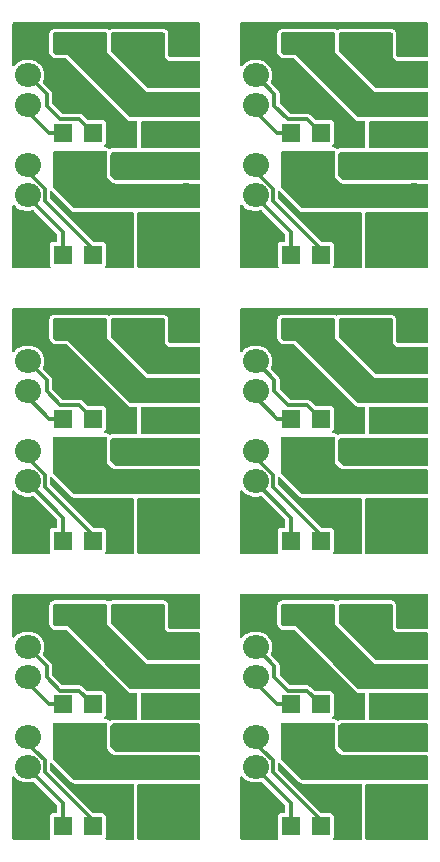
<source format=gbr>
%TF.GenerationSoftware,KiCad,Pcbnew,8.0.4*%
%TF.CreationDate,2024-09-15T22:50:30-03:00*%
%TF.ProjectId,panelized_TA65,70616e65-6c69-47a6-9564-5f544136352e,rev?*%
%TF.SameCoordinates,Original*%
%TF.FileFunction,Copper,L1,Top*%
%TF.FilePolarity,Positive*%
%FSLAX46Y46*%
G04 Gerber Fmt 4.6, Leading zero omitted, Abs format (unit mm)*
G04 Created by KiCad (PCBNEW 8.0.4) date 2024-09-15 22:50:30*
%MOMM*%
%LPD*%
G01*
G04 APERTURE LIST*
G04 Aperture macros list*
%AMRoundRect*
0 Rectangle with rounded corners*
0 $1 Rounding radius*
0 $2 $3 $4 $5 $6 $7 $8 $9 X,Y pos of 4 corners*
0 Add a 4 corners polygon primitive as box body*
4,1,4,$2,$3,$4,$5,$6,$7,$8,$9,$2,$3,0*
0 Add four circle primitives for the rounded corners*
1,1,$1+$1,$2,$3*
1,1,$1+$1,$4,$5*
1,1,$1+$1,$6,$7*
1,1,$1+$1,$8,$9*
0 Add four rect primitives between the rounded corners*
20,1,$1+$1,$2,$3,$4,$5,0*
20,1,$1+$1,$4,$5,$6,$7,0*
20,1,$1+$1,$6,$7,$8,$9,0*
20,1,$1+$1,$8,$9,$2,$3,0*%
G04 Aperture macros list end*
%TA.AperFunction,SMDPad,CuDef*%
%ADD10R,1.600000X1.600000*%
%TD*%
%TA.AperFunction,ComponentPad*%
%ADD11RoundRect,0.250000X0.850000X0.750000X-0.850000X0.750000X-0.850000X-0.750000X0.850000X-0.750000X0*%
%TD*%
%TA.AperFunction,ComponentPad*%
%ADD12O,2.200000X2.000000*%
%TD*%
%TA.AperFunction,ViaPad*%
%ADD13C,0.600000*%
%TD*%
%TA.AperFunction,Conductor*%
%ADD14C,0.304800*%
%TD*%
G04 APERTURE END LIST*
D10*
%TO.P,U1,1,IN1*%
%TO.N,Board_5-/IN_A1*%
X154480000Y-101270500D03*
%TO.P,U1,2,IN2*%
%TO.N,Board_5-/IN_A2*%
X157020000Y-101270500D03*
%TO.P,U1,3,GND*%
%TO.N,Board_5-GND*%
X159560000Y-101270500D03*
%TO.P,U1,4,VM*%
%TO.N,Board_5-/VM*%
X162100000Y-101270500D03*
%TO.P,U1,5,OUT1*%
%TO.N,Board_5-/OUT_A1*%
X162100000Y-93650500D03*
%TO.P,U1,6,OUT1*%
X159560000Y-93650500D03*
%TO.P,U1,7,OUT2*%
%TO.N,Board_5-/OUT_A2*%
X157020000Y-93650500D03*
%TO.P,U1,8,OUT2*%
X154480000Y-93650500D03*
%TD*%
%TO.P,U1,1,IN1*%
%TO.N,Board_1-/IN_A1*%
X154480000Y-52870500D03*
%TO.P,U1,2,IN2*%
%TO.N,Board_1-/IN_A2*%
X157020000Y-52870500D03*
%TO.P,U1,3,GND*%
%TO.N,Board_1-GND*%
X159560000Y-52870500D03*
%TO.P,U1,4,VM*%
%TO.N,Board_1-/VM*%
X162100000Y-52870500D03*
%TO.P,U1,5,OUT1*%
%TO.N,Board_1-/OUT_A1*%
X162100000Y-45250500D03*
%TO.P,U1,6,OUT1*%
X159560000Y-45250500D03*
%TO.P,U1,7,OUT2*%
%TO.N,Board_1-/OUT_A2*%
X157020000Y-45250500D03*
%TO.P,U1,8,OUT2*%
X154480000Y-45250500D03*
%TD*%
%TO.P,U2,1,IN1*%
%TO.N,Board_3-/IN_B1*%
X154480000Y-66750500D03*
%TO.P,U2,2,IN2*%
%TO.N,Board_3-/IN_B2*%
X157020000Y-66750500D03*
%TO.P,U2,3,GND*%
%TO.N,Board_3-GND*%
X159560000Y-66750500D03*
%TO.P,U2,4,VM*%
%TO.N,Board_3-/VM*%
X162100000Y-66750500D03*
%TO.P,U2,5,OUT1*%
%TO.N,Board_3-/OUT_B1*%
X162100000Y-59130500D03*
%TO.P,U2,6,OUT1*%
X159560000Y-59130500D03*
%TO.P,U2,7,OUT2*%
%TO.N,Board_3-/OUT_B2*%
X157020000Y-59130500D03*
%TO.P,U2,8,OUT2*%
X154480000Y-59130500D03*
%TD*%
%TO.P,U1,1,IN1*%
%TO.N,Board_0-/IN_A1*%
X135180000Y-52870500D03*
%TO.P,U1,2,IN2*%
%TO.N,Board_0-/IN_A2*%
X137720000Y-52870500D03*
%TO.P,U1,3,GND*%
%TO.N,Board_0-GND*%
X140260000Y-52870500D03*
%TO.P,U1,4,VM*%
%TO.N,Board_0-/VM*%
X142800000Y-52870500D03*
%TO.P,U1,5,OUT1*%
%TO.N,Board_0-/OUT_A1*%
X142800000Y-45250500D03*
%TO.P,U1,6,OUT1*%
X140260000Y-45250500D03*
%TO.P,U1,7,OUT2*%
%TO.N,Board_0-/OUT_A2*%
X137720000Y-45250500D03*
%TO.P,U1,8,OUT2*%
X135180000Y-45250500D03*
%TD*%
%TO.P,U1,1,IN1*%
%TO.N,Board_4-/IN_A1*%
X135180000Y-101270500D03*
%TO.P,U1,2,IN2*%
%TO.N,Board_4-/IN_A2*%
X137720000Y-101270500D03*
%TO.P,U1,3,GND*%
%TO.N,Board_4-GND*%
X140260000Y-101270500D03*
%TO.P,U1,4,VM*%
%TO.N,Board_4-/VM*%
X142800000Y-101270500D03*
%TO.P,U1,5,OUT1*%
%TO.N,Board_4-/OUT_A1*%
X142800000Y-93650500D03*
%TO.P,U1,6,OUT1*%
X140260000Y-93650500D03*
%TO.P,U1,7,OUT2*%
%TO.N,Board_4-/OUT_A2*%
X137720000Y-93650500D03*
%TO.P,U1,8,OUT2*%
X135180000Y-93650500D03*
%TD*%
%TO.P,U2,1,IN1*%
%TO.N,Board_1-/IN_B1*%
X154480000Y-42550500D03*
%TO.P,U2,2,IN2*%
%TO.N,Board_1-/IN_B2*%
X157020000Y-42550500D03*
%TO.P,U2,3,GND*%
%TO.N,Board_1-GND*%
X159560000Y-42550500D03*
%TO.P,U2,4,VM*%
%TO.N,Board_1-/VM*%
X162100000Y-42550500D03*
%TO.P,U2,5,OUT1*%
%TO.N,Board_1-/OUT_B1*%
X162100000Y-34930500D03*
%TO.P,U2,6,OUT1*%
X159560000Y-34930500D03*
%TO.P,U2,7,OUT2*%
%TO.N,Board_1-/OUT_B2*%
X157020000Y-34930500D03*
%TO.P,U2,8,OUT2*%
X154480000Y-34930500D03*
%TD*%
%TO.P,U1,1,IN1*%
%TO.N,Board_3-/IN_A1*%
X154480000Y-77070500D03*
%TO.P,U1,2,IN2*%
%TO.N,Board_3-/IN_A2*%
X157020000Y-77070500D03*
%TO.P,U1,3,GND*%
%TO.N,Board_3-GND*%
X159560000Y-77070500D03*
%TO.P,U1,4,VM*%
%TO.N,Board_3-/VM*%
X162100000Y-77070500D03*
%TO.P,U1,5,OUT1*%
%TO.N,Board_3-/OUT_A1*%
X162100000Y-69450500D03*
%TO.P,U1,6,OUT1*%
X159560000Y-69450500D03*
%TO.P,U1,7,OUT2*%
%TO.N,Board_3-/OUT_A2*%
X157020000Y-69450500D03*
%TO.P,U1,8,OUT2*%
X154480000Y-69450500D03*
%TD*%
%TO.P,U2,1,IN1*%
%TO.N,Board_4-/IN_B1*%
X135180000Y-90950500D03*
%TO.P,U2,2,IN2*%
%TO.N,Board_4-/IN_B2*%
X137720000Y-90950500D03*
%TO.P,U2,3,GND*%
%TO.N,Board_4-GND*%
X140260000Y-90950500D03*
%TO.P,U2,4,VM*%
%TO.N,Board_4-/VM*%
X142800000Y-90950500D03*
%TO.P,U2,5,OUT1*%
%TO.N,Board_4-/OUT_B1*%
X142800000Y-83330500D03*
%TO.P,U2,6,OUT1*%
X140260000Y-83330500D03*
%TO.P,U2,7,OUT2*%
%TO.N,Board_4-/OUT_B2*%
X137720000Y-83330500D03*
%TO.P,U2,8,OUT2*%
X135180000Y-83330500D03*
%TD*%
%TO.P,U2,1,IN1*%
%TO.N,Board_2-/IN_B1*%
X135180000Y-66750500D03*
%TO.P,U2,2,IN2*%
%TO.N,Board_2-/IN_B2*%
X137720000Y-66750500D03*
%TO.P,U2,3,GND*%
%TO.N,Board_2-GND*%
X140260000Y-66750500D03*
%TO.P,U2,4,VM*%
%TO.N,Board_2-/VM*%
X142800000Y-66750500D03*
%TO.P,U2,5,OUT1*%
%TO.N,Board_2-/OUT_B1*%
X142800000Y-59130500D03*
%TO.P,U2,6,OUT1*%
X140260000Y-59130500D03*
%TO.P,U2,7,OUT2*%
%TO.N,Board_2-/OUT_B2*%
X137720000Y-59130500D03*
%TO.P,U2,8,OUT2*%
X135180000Y-59130500D03*
%TD*%
%TO.P,U2,1,IN1*%
%TO.N,Board_0-/IN_B1*%
X135180000Y-42550500D03*
%TO.P,U2,2,IN2*%
%TO.N,Board_0-/IN_B2*%
X137720000Y-42550500D03*
%TO.P,U2,3,GND*%
%TO.N,Board_0-GND*%
X140260000Y-42550500D03*
%TO.P,U2,4,VM*%
%TO.N,Board_0-/VM*%
X142800000Y-42550500D03*
%TO.P,U2,5,OUT1*%
%TO.N,Board_0-/OUT_B1*%
X142800000Y-34930500D03*
%TO.P,U2,6,OUT1*%
X140260000Y-34930500D03*
%TO.P,U2,7,OUT2*%
%TO.N,Board_0-/OUT_B2*%
X137720000Y-34930500D03*
%TO.P,U2,8,OUT2*%
X135180000Y-34930500D03*
%TD*%
%TO.P,U1,1,IN1*%
%TO.N,Board_2-/IN_A1*%
X135180000Y-77070500D03*
%TO.P,U1,2,IN2*%
%TO.N,Board_2-/IN_A2*%
X137720000Y-77070500D03*
%TO.P,U1,3,GND*%
%TO.N,Board_2-GND*%
X140260000Y-77070500D03*
%TO.P,U1,4,VM*%
%TO.N,Board_2-/VM*%
X142800000Y-77070500D03*
%TO.P,U1,5,OUT1*%
%TO.N,Board_2-/OUT_A1*%
X142800000Y-69450500D03*
%TO.P,U1,6,OUT1*%
X140260000Y-69450500D03*
%TO.P,U1,7,OUT2*%
%TO.N,Board_2-/OUT_A2*%
X137720000Y-69450500D03*
%TO.P,U1,8,OUT2*%
X135180000Y-69450500D03*
%TD*%
%TO.P,U2,1,IN1*%
%TO.N,Board_5-/IN_B1*%
X154480000Y-90950500D03*
%TO.P,U2,2,IN2*%
%TO.N,Board_5-/IN_B2*%
X157020000Y-90950500D03*
%TO.P,U2,3,GND*%
%TO.N,Board_5-GND*%
X159560000Y-90950500D03*
%TO.P,U2,4,VM*%
%TO.N,Board_5-/VM*%
X162100000Y-90950500D03*
%TO.P,U2,5,OUT1*%
%TO.N,Board_5-/OUT_B1*%
X162100000Y-83330500D03*
%TO.P,U2,6,OUT1*%
X159560000Y-83330500D03*
%TO.P,U2,7,OUT2*%
%TO.N,Board_5-/OUT_B2*%
X157020000Y-83330500D03*
%TO.P,U2,8,OUT2*%
X154480000Y-83330500D03*
%TD*%
D11*
%TO.P,J2,1,Pin_1*%
%TO.N,Board_5-GND*%
X164900000Y-83550500D03*
D12*
%TO.P,J2,2,Pin_2*%
%TO.N,Board_5-/OUT_B1*%
X164900000Y-86090500D03*
%TO.P,J2,3,Pin_3*%
%TO.N,Board_5-/OUT_B2*%
X164900000Y-88630500D03*
%TO.P,J2,4,Pin_4*%
%TO.N,Board_5-/VM*%
X164900000Y-91170500D03*
%TO.P,J2,5,Pin_5*%
%TO.N,Board_5-/OUT_A1*%
X164900000Y-93710500D03*
%TO.P,J2,6,Pin_6*%
%TO.N,Board_5-/OUT_A2*%
X164900000Y-96250500D03*
%TO.P,J2,7,Pin_7*%
%TO.N,Board_5-/VM*%
X164900000Y-98790500D03*
%TD*%
D11*
%TO.P,J1,1,Pin_1*%
%TO.N,Board_0-GND*%
X132200000Y-35150500D03*
D12*
%TO.P,J1,2,Pin_2*%
%TO.N,Board_0-/IN_B2*%
X132200000Y-37690500D03*
%TO.P,J1,3,Pin_3*%
%TO.N,Board_0-/IN_B1*%
X132200000Y-40230500D03*
%TO.P,J1,5,Pin_5*%
%TO.N,Board_0-/IN_A2*%
X132200000Y-45310500D03*
%TO.P,J1,6,Pin_6*%
%TO.N,Board_0-/IN_A1*%
X132200000Y-47850500D03*
%TO.P,J1,7,Pin_7*%
%TO.N,Board_0-GND*%
X132200000Y-50390500D03*
%TD*%
D11*
%TO.P,J2,1,Pin_1*%
%TO.N,Board_3-GND*%
X164900000Y-59350500D03*
D12*
%TO.P,J2,2,Pin_2*%
%TO.N,Board_3-/OUT_B1*%
X164900000Y-61890500D03*
%TO.P,J2,3,Pin_3*%
%TO.N,Board_3-/OUT_B2*%
X164900000Y-64430500D03*
%TO.P,J2,4,Pin_4*%
%TO.N,Board_3-/VM*%
X164900000Y-66970500D03*
%TO.P,J2,5,Pin_5*%
%TO.N,Board_3-/OUT_A1*%
X164900000Y-69510500D03*
%TO.P,J2,6,Pin_6*%
%TO.N,Board_3-/OUT_A2*%
X164900000Y-72050500D03*
%TO.P,J2,7,Pin_7*%
%TO.N,Board_3-/VM*%
X164900000Y-74590500D03*
%TD*%
D11*
%TO.P,J2,1,Pin_1*%
%TO.N,Board_1-GND*%
X164900000Y-35150500D03*
D12*
%TO.P,J2,2,Pin_2*%
%TO.N,Board_1-/OUT_B1*%
X164900000Y-37690500D03*
%TO.P,J2,3,Pin_3*%
%TO.N,Board_1-/OUT_B2*%
X164900000Y-40230500D03*
%TO.P,J2,4,Pin_4*%
%TO.N,Board_1-/VM*%
X164900000Y-42770500D03*
%TO.P,J2,5,Pin_5*%
%TO.N,Board_1-/OUT_A1*%
X164900000Y-45310500D03*
%TO.P,J2,6,Pin_6*%
%TO.N,Board_1-/OUT_A2*%
X164900000Y-47850500D03*
%TO.P,J2,7,Pin_7*%
%TO.N,Board_1-/VM*%
X164900000Y-50390500D03*
%TD*%
D11*
%TO.P,J2,1,Pin_1*%
%TO.N,Board_4-GND*%
X145600000Y-83550500D03*
D12*
%TO.P,J2,2,Pin_2*%
%TO.N,Board_4-/OUT_B1*%
X145600000Y-86090500D03*
%TO.P,J2,3,Pin_3*%
%TO.N,Board_4-/OUT_B2*%
X145600000Y-88630500D03*
%TO.P,J2,4,Pin_4*%
%TO.N,Board_4-/VM*%
X145600000Y-91170500D03*
%TO.P,J2,5,Pin_5*%
%TO.N,Board_4-/OUT_A1*%
X145600000Y-93710500D03*
%TO.P,J2,6,Pin_6*%
%TO.N,Board_4-/OUT_A2*%
X145600000Y-96250500D03*
%TO.P,J2,7,Pin_7*%
%TO.N,Board_4-/VM*%
X145600000Y-98790500D03*
%TD*%
D11*
%TO.P,J1,1,Pin_1*%
%TO.N,Board_2-GND*%
X132200000Y-59350500D03*
D12*
%TO.P,J1,2,Pin_2*%
%TO.N,Board_2-/IN_B2*%
X132200000Y-61890500D03*
%TO.P,J1,3,Pin_3*%
%TO.N,Board_2-/IN_B1*%
X132200000Y-64430500D03*
%TO.P,J1,5,Pin_5*%
%TO.N,Board_2-/IN_A2*%
X132200000Y-69510500D03*
%TO.P,J1,6,Pin_6*%
%TO.N,Board_2-/IN_A1*%
X132200000Y-72050500D03*
%TO.P,J1,7,Pin_7*%
%TO.N,Board_2-GND*%
X132200000Y-74590500D03*
%TD*%
D11*
%TO.P,J2,1,Pin_1*%
%TO.N,Board_2-GND*%
X145600000Y-59350500D03*
D12*
%TO.P,J2,2,Pin_2*%
%TO.N,Board_2-/OUT_B1*%
X145600000Y-61890500D03*
%TO.P,J2,3,Pin_3*%
%TO.N,Board_2-/OUT_B2*%
X145600000Y-64430500D03*
%TO.P,J2,4,Pin_4*%
%TO.N,Board_2-/VM*%
X145600000Y-66970500D03*
%TO.P,J2,5,Pin_5*%
%TO.N,Board_2-/OUT_A1*%
X145600000Y-69510500D03*
%TO.P,J2,6,Pin_6*%
%TO.N,Board_2-/OUT_A2*%
X145600000Y-72050500D03*
%TO.P,J2,7,Pin_7*%
%TO.N,Board_2-/VM*%
X145600000Y-74590500D03*
%TD*%
D11*
%TO.P,J1,1,Pin_1*%
%TO.N,Board_4-GND*%
X132200000Y-83550500D03*
D12*
%TO.P,J1,2,Pin_2*%
%TO.N,Board_4-/IN_B2*%
X132200000Y-86090500D03*
%TO.P,J1,3,Pin_3*%
%TO.N,Board_4-/IN_B1*%
X132200000Y-88630500D03*
%TO.P,J1,5,Pin_5*%
%TO.N,Board_4-/IN_A2*%
X132200000Y-93710500D03*
%TO.P,J1,6,Pin_6*%
%TO.N,Board_4-/IN_A1*%
X132200000Y-96250500D03*
%TO.P,J1,7,Pin_7*%
%TO.N,Board_4-GND*%
X132200000Y-98790500D03*
%TD*%
D11*
%TO.P,J1,1,Pin_1*%
%TO.N,Board_3-GND*%
X151500000Y-59350500D03*
D12*
%TO.P,J1,2,Pin_2*%
%TO.N,Board_3-/IN_B2*%
X151500000Y-61890500D03*
%TO.P,J1,3,Pin_3*%
%TO.N,Board_3-/IN_B1*%
X151500000Y-64430500D03*
%TO.P,J1,5,Pin_5*%
%TO.N,Board_3-/IN_A2*%
X151500000Y-69510500D03*
%TO.P,J1,6,Pin_6*%
%TO.N,Board_3-/IN_A1*%
X151500000Y-72050500D03*
%TO.P,J1,7,Pin_7*%
%TO.N,Board_3-GND*%
X151500000Y-74590500D03*
%TD*%
D11*
%TO.P,J1,1,Pin_1*%
%TO.N,Board_1-GND*%
X151500000Y-35150500D03*
D12*
%TO.P,J1,2,Pin_2*%
%TO.N,Board_1-/IN_B2*%
X151500000Y-37690500D03*
%TO.P,J1,3,Pin_3*%
%TO.N,Board_1-/IN_B1*%
X151500000Y-40230500D03*
%TO.P,J1,5,Pin_5*%
%TO.N,Board_1-/IN_A2*%
X151500000Y-45310500D03*
%TO.P,J1,6,Pin_6*%
%TO.N,Board_1-/IN_A1*%
X151500000Y-47850500D03*
%TO.P,J1,7,Pin_7*%
%TO.N,Board_1-GND*%
X151500000Y-50390500D03*
%TD*%
D11*
%TO.P,J1,1,Pin_1*%
%TO.N,Board_5-GND*%
X151500000Y-83550500D03*
D12*
%TO.P,J1,2,Pin_2*%
%TO.N,Board_5-/IN_B2*%
X151500000Y-86090500D03*
%TO.P,J1,3,Pin_3*%
%TO.N,Board_5-/IN_B1*%
X151500000Y-88630500D03*
%TO.P,J1,5,Pin_5*%
%TO.N,Board_5-/IN_A2*%
X151500000Y-93710500D03*
%TO.P,J1,6,Pin_6*%
%TO.N,Board_5-/IN_A1*%
X151500000Y-96250500D03*
%TO.P,J1,7,Pin_7*%
%TO.N,Board_5-GND*%
X151500000Y-98790500D03*
%TD*%
D11*
%TO.P,J2,1,Pin_1*%
%TO.N,Board_0-GND*%
X145600000Y-35150500D03*
D12*
%TO.P,J2,2,Pin_2*%
%TO.N,Board_0-/OUT_B1*%
X145600000Y-37690500D03*
%TO.P,J2,3,Pin_3*%
%TO.N,Board_0-/OUT_B2*%
X145600000Y-40230500D03*
%TO.P,J2,4,Pin_4*%
%TO.N,Board_0-/VM*%
X145600000Y-42770500D03*
%TO.P,J2,5,Pin_5*%
%TO.N,Board_0-/OUT_A1*%
X145600000Y-45310500D03*
%TO.P,J2,6,Pin_6*%
%TO.N,Board_0-/OUT_A2*%
X145600000Y-47850500D03*
%TO.P,J2,7,Pin_7*%
%TO.N,Board_0-/VM*%
X145600000Y-50390500D03*
%TD*%
D13*
%TO.N,Board_0-/OUT_A1*%
X142800000Y-45250500D03*
X141525000Y-45250500D03*
X140250000Y-45250500D03*
%TO.N,Board_0-/OUT_A2*%
X143750000Y-47800500D03*
X135150000Y-45250500D03*
X137700000Y-46700500D03*
X136800000Y-47800500D03*
X137700000Y-45250500D03*
X135150000Y-46700500D03*
X141800000Y-47800500D03*
X136425000Y-45250500D03*
X139550000Y-47800500D03*
%TO.N,Board_0-/OUT_B1*%
X142800000Y-34950500D03*
X141525000Y-34950500D03*
X140250000Y-34950500D03*
X142000000Y-36450500D03*
X143150000Y-37550500D03*
%TO.N,Board_0-/OUT_B2*%
X136425000Y-34950500D03*
X135150000Y-34950500D03*
X140700000Y-39350500D03*
X137800000Y-36500500D03*
X139650000Y-38300500D03*
X138700000Y-37400500D03*
X137700000Y-34950500D03*
X143100000Y-40200500D03*
X141700000Y-40150500D03*
%TO.N,Board_0-/VM*%
X142050000Y-49900500D03*
X145950000Y-52250500D03*
X144000000Y-49900500D03*
X144050000Y-42550500D03*
X142800000Y-52870500D03*
X144000000Y-52250500D03*
X142800000Y-42550500D03*
X144000000Y-53550500D03*
X142050000Y-51200500D03*
X145950000Y-53550500D03*
X144000000Y-51200500D03*
%TO.N,Board_0-GND*%
X133550000Y-53300500D03*
X140250000Y-51200500D03*
X131550000Y-53300500D03*
X138250000Y-40100500D03*
X137150000Y-40900500D03*
X131550000Y-52300500D03*
X132550000Y-52300500D03*
X133850000Y-36550500D03*
X136150000Y-40100500D03*
X135350000Y-37250500D03*
X139250000Y-40900500D03*
X140260000Y-52870500D03*
X135100000Y-39050500D03*
X133550000Y-52300500D03*
X138300000Y-49900500D03*
X137200000Y-39050500D03*
X134150000Y-38150500D03*
X140260000Y-42550500D03*
X138300000Y-51200500D03*
X136250000Y-38150500D03*
X132550000Y-53300500D03*
X140250000Y-49900500D03*
%TO.N,Board_1-/OUT_A1*%
X162100000Y-45250500D03*
X160825000Y-45250500D03*
X159550000Y-45250500D03*
%TO.N,Board_1-/OUT_A2*%
X163050000Y-47800500D03*
X158850000Y-47800500D03*
X154450000Y-46700500D03*
X157000000Y-45250500D03*
X161100000Y-47800500D03*
X157000000Y-46700500D03*
X154450000Y-45250500D03*
X156100000Y-47800500D03*
X155725000Y-45250500D03*
%TO.N,Board_1-/OUT_B1*%
X159550000Y-34950500D03*
X162450000Y-37550500D03*
X160825000Y-34950500D03*
X162100000Y-34950500D03*
X161300000Y-36450500D03*
%TO.N,Board_1-/OUT_B2*%
X154450000Y-34950500D03*
X158950000Y-38300500D03*
X162400000Y-40200500D03*
X155725000Y-34950500D03*
X158000000Y-37400500D03*
X157100000Y-36500500D03*
X161000000Y-40150500D03*
X160000000Y-39350500D03*
X157000000Y-34950500D03*
%TO.N,Board_1-/VM*%
X161350000Y-51200500D03*
X165250000Y-53550500D03*
X162100000Y-42550500D03*
X162100000Y-52870500D03*
X163350000Y-42550500D03*
X161350000Y-49900500D03*
X163300000Y-53550500D03*
X163300000Y-51200500D03*
X165250000Y-52250500D03*
X163300000Y-49900500D03*
X163300000Y-52250500D03*
%TO.N,Board_1-GND*%
X157600000Y-49900500D03*
X156500000Y-39050500D03*
X159560000Y-42550500D03*
X151850000Y-52300500D03*
X158550000Y-40900500D03*
X156450000Y-40900500D03*
X154400000Y-39050500D03*
X152850000Y-52300500D03*
X150850000Y-53300500D03*
X154650000Y-37250500D03*
X153450000Y-38150500D03*
X152850000Y-53300500D03*
X150850000Y-52300500D03*
X155550000Y-38150500D03*
X159560000Y-52870500D03*
X157550000Y-40100500D03*
X153150000Y-36550500D03*
X159550000Y-51200500D03*
X155450000Y-40100500D03*
X151850000Y-53300500D03*
X159550000Y-49900500D03*
X157600000Y-51200500D03*
%TO.N,Board_2-/OUT_A1*%
X142800000Y-69450500D03*
X140250000Y-69450500D03*
X141525000Y-69450500D03*
%TO.N,Board_2-/OUT_A2*%
X143750000Y-72000500D03*
X139550000Y-72000500D03*
X141800000Y-72000500D03*
X135150000Y-70900500D03*
X136425000Y-69450500D03*
X135150000Y-69450500D03*
X137700000Y-69450500D03*
X136800000Y-72000500D03*
X137700000Y-70900500D03*
%TO.N,Board_2-/OUT_B1*%
X142800000Y-59150500D03*
X141525000Y-59150500D03*
X143150000Y-61750500D03*
X142000000Y-60650500D03*
X140250000Y-59150500D03*
%TO.N,Board_2-/OUT_B2*%
X139650000Y-62500500D03*
X140700000Y-63550500D03*
X143100000Y-64400500D03*
X138700000Y-61600500D03*
X136425000Y-59150500D03*
X137700000Y-59150500D03*
X141700000Y-64350500D03*
X137800000Y-60700500D03*
X135150000Y-59150500D03*
%TO.N,Board_2-/VM*%
X144000000Y-75400500D03*
X145950000Y-77750500D03*
X142800000Y-77070500D03*
X144000000Y-77750500D03*
X142050000Y-74100500D03*
X145950000Y-76450500D03*
X144000000Y-74100500D03*
X142050000Y-75400500D03*
X142800000Y-66750500D03*
X144000000Y-76450500D03*
X144050000Y-66750500D03*
%TO.N,Board_2-GND*%
X131550000Y-76500500D03*
X137200000Y-63250500D03*
X137150000Y-65100500D03*
X135350000Y-61450500D03*
X140260000Y-66750500D03*
X140260000Y-77070500D03*
X132550000Y-76500500D03*
X131550000Y-77500500D03*
X135100000Y-63250500D03*
X140250000Y-75400500D03*
X132550000Y-77500500D03*
X139250000Y-65100500D03*
X133850000Y-60750500D03*
X138250000Y-64300500D03*
X134150000Y-62350500D03*
X140250000Y-74100500D03*
X136150000Y-64300500D03*
X138300000Y-74100500D03*
X133550000Y-76500500D03*
X138300000Y-75400500D03*
X133550000Y-77500500D03*
X136250000Y-62350500D03*
%TO.N,Board_3-/OUT_A1*%
X162100000Y-69450500D03*
X160825000Y-69450500D03*
X159550000Y-69450500D03*
%TO.N,Board_3-/OUT_A2*%
X158850000Y-72000500D03*
X154450000Y-69450500D03*
X161100000Y-72000500D03*
X154450000Y-70900500D03*
X157000000Y-70900500D03*
X156100000Y-72000500D03*
X163050000Y-72000500D03*
X157000000Y-69450500D03*
X155725000Y-69450500D03*
%TO.N,Board_3-/OUT_B1*%
X159550000Y-59150500D03*
X161300000Y-60650500D03*
X162450000Y-61750500D03*
X160825000Y-59150500D03*
X162100000Y-59150500D03*
%TO.N,Board_3-/OUT_B2*%
X154450000Y-59150500D03*
X157000000Y-59150500D03*
X161000000Y-64350500D03*
X158950000Y-62500500D03*
X162400000Y-64400500D03*
X155725000Y-59150500D03*
X160000000Y-63550500D03*
X158000000Y-61600500D03*
X157100000Y-60700500D03*
%TO.N,Board_3-/VM*%
X163300000Y-75400500D03*
X163300000Y-77750500D03*
X163300000Y-76450500D03*
X161350000Y-75400500D03*
X165250000Y-76450500D03*
X162100000Y-77070500D03*
X162100000Y-66750500D03*
X163350000Y-66750500D03*
X161350000Y-74100500D03*
X165250000Y-77750500D03*
X163300000Y-74100500D03*
%TO.N,Board_3-GND*%
X159560000Y-66750500D03*
X151850000Y-76500500D03*
X156500000Y-63250500D03*
X158550000Y-65100500D03*
X153150000Y-60750500D03*
X154650000Y-61450500D03*
X156450000Y-65100500D03*
X159550000Y-75400500D03*
X157550000Y-64300500D03*
X155450000Y-64300500D03*
X152850000Y-77500500D03*
X157600000Y-74100500D03*
X159550000Y-74100500D03*
X155550000Y-62350500D03*
X154400000Y-63250500D03*
X152850000Y-76500500D03*
X150850000Y-77500500D03*
X150850000Y-76500500D03*
X159560000Y-77070500D03*
X157600000Y-75400500D03*
X151850000Y-77500500D03*
X153450000Y-62350500D03*
%TO.N,Board_4-/OUT_A1*%
X140250000Y-93650500D03*
X141525000Y-93650500D03*
X142800000Y-93650500D03*
%TO.N,Board_4-/OUT_A2*%
X139550000Y-96200500D03*
X137700000Y-93650500D03*
X135150000Y-93650500D03*
X143750000Y-96200500D03*
X137700000Y-95100500D03*
X136800000Y-96200500D03*
X135150000Y-95100500D03*
X136425000Y-93650500D03*
X141800000Y-96200500D03*
%TO.N,Board_4-/OUT_B1*%
X142000000Y-84850500D03*
X143150000Y-85950500D03*
X142800000Y-83350500D03*
X141525000Y-83350500D03*
X140250000Y-83350500D03*
%TO.N,Board_4-/OUT_B2*%
X138700000Y-85800500D03*
X140700000Y-87750500D03*
X137800000Y-84900500D03*
X136425000Y-83350500D03*
X141700000Y-88550500D03*
X135150000Y-83350500D03*
X139650000Y-86700500D03*
X143100000Y-88600500D03*
X137700000Y-83350500D03*
%TO.N,Board_4-/VM*%
X142050000Y-99600500D03*
X145950000Y-101950500D03*
X144000000Y-98300500D03*
X142800000Y-90950500D03*
X144000000Y-100650500D03*
X144000000Y-101950500D03*
X144050000Y-90950500D03*
X144000000Y-99600500D03*
X142050000Y-98300500D03*
X145950000Y-100650500D03*
X142800000Y-101270500D03*
%TO.N,Board_4-GND*%
X138300000Y-98300500D03*
X133550000Y-100700500D03*
X138250000Y-88500500D03*
X135100000Y-87450500D03*
X133850000Y-84950500D03*
X133550000Y-101700500D03*
X131550000Y-101700500D03*
X136250000Y-86550500D03*
X137200000Y-87450500D03*
X137150000Y-89300500D03*
X140260000Y-101270500D03*
X140250000Y-98300500D03*
X134150000Y-86550500D03*
X131550000Y-100700500D03*
X139250000Y-89300500D03*
X135350000Y-85650500D03*
X138300000Y-99600500D03*
X132550000Y-101700500D03*
X140250000Y-99600500D03*
X132550000Y-100700500D03*
X140260000Y-90950500D03*
X136150000Y-88500500D03*
%TO.N,Board_5-/OUT_A1*%
X162100000Y-93650500D03*
X160825000Y-93650500D03*
X159550000Y-93650500D03*
%TO.N,Board_5-/OUT_A2*%
X154450000Y-93650500D03*
X154450000Y-95100500D03*
X155725000Y-93650500D03*
X163050000Y-96200500D03*
X157000000Y-93650500D03*
X156100000Y-96200500D03*
X157000000Y-95100500D03*
X158850000Y-96200500D03*
X161100000Y-96200500D03*
%TO.N,Board_5-/OUT_B1*%
X162100000Y-83350500D03*
X162450000Y-85950500D03*
X160825000Y-83350500D03*
X161300000Y-84850500D03*
X159550000Y-83350500D03*
%TO.N,Board_5-/OUT_B2*%
X162400000Y-88600500D03*
X157000000Y-83350500D03*
X160000000Y-87750500D03*
X157100000Y-84900500D03*
X155725000Y-83350500D03*
X154450000Y-83350500D03*
X158950000Y-86700500D03*
X161000000Y-88550500D03*
X158000000Y-85800500D03*
%TO.N,Board_5-/VM*%
X162100000Y-101270500D03*
X162100000Y-90950500D03*
X165250000Y-101950500D03*
X165250000Y-100650500D03*
X163300000Y-99600500D03*
X163300000Y-101950500D03*
X161350000Y-98300500D03*
X161350000Y-99600500D03*
X163350000Y-90950500D03*
X163300000Y-98300500D03*
X163300000Y-100650500D03*
%TO.N,Board_5-GND*%
X155450000Y-88500500D03*
X152850000Y-101700500D03*
X150850000Y-101700500D03*
X154400000Y-87450500D03*
X156500000Y-87450500D03*
X159560000Y-101270500D03*
X155550000Y-86550500D03*
X159550000Y-98300500D03*
X150850000Y-100700500D03*
X153450000Y-86550500D03*
X157550000Y-88500500D03*
X152850000Y-100700500D03*
X151850000Y-100700500D03*
X154650000Y-85650500D03*
X151850000Y-101700500D03*
X157600000Y-98300500D03*
X158550000Y-89300500D03*
X159550000Y-99600500D03*
X159560000Y-90950500D03*
X156450000Y-89300500D03*
X157600000Y-99600500D03*
X153150000Y-84950500D03*
%TD*%
D14*
%TO.N,Board_0-/IN_A1*%
X132200000Y-47850500D02*
X132200000Y-47950500D01*
X132200000Y-47950500D02*
X135180000Y-50930500D01*
X135180000Y-50930500D02*
X135180000Y-52870500D01*
%TO.N,Board_0-/IN_A2*%
X133652400Y-48302900D02*
X137720000Y-52370500D01*
X132860182Y-46498100D02*
X133652400Y-47290318D01*
X132847600Y-46498100D02*
X132860182Y-46498100D01*
X132200000Y-45310500D02*
X132200000Y-45850500D01*
X133652400Y-47290318D02*
X133652400Y-48302900D01*
X132200000Y-45850500D02*
X132847600Y-46498100D01*
%TO.N,Board_0-/IN_B1*%
X134000000Y-42550500D02*
X135180000Y-42550500D01*
X132200000Y-40750500D02*
X134000000Y-42550500D01*
X132200000Y-40230500D02*
X132200000Y-40750500D01*
%TO.N,Board_0-/IN_B2*%
X132200000Y-37690500D02*
X133800000Y-39290500D01*
X133800000Y-40250500D02*
X134947600Y-41398100D01*
X134947600Y-41398100D02*
X136567600Y-41398100D01*
X136567600Y-41398100D02*
X137720000Y-42550500D01*
X133800000Y-39290500D02*
X133800000Y-40250500D01*
%TO.N,Board_1-/IN_A1*%
X151500000Y-47850500D02*
X151500000Y-47950500D01*
X151500000Y-47950500D02*
X154480000Y-50930500D01*
X154480000Y-50930500D02*
X154480000Y-52870500D01*
%TO.N,Board_1-/IN_A2*%
X152952400Y-48302900D02*
X157020000Y-52370500D01*
X151500000Y-45310500D02*
X151500000Y-45850500D01*
X152160182Y-46498100D02*
X152952400Y-47290318D01*
X152147600Y-46498100D02*
X152160182Y-46498100D01*
X151500000Y-45850500D02*
X152147600Y-46498100D01*
X152952400Y-47290318D02*
X152952400Y-48302900D01*
%TO.N,Board_1-/IN_B1*%
X153300000Y-42550500D02*
X154480000Y-42550500D01*
X151500000Y-40230500D02*
X151500000Y-40750500D01*
X151500000Y-40750500D02*
X153300000Y-42550500D01*
%TO.N,Board_1-/IN_B2*%
X155867600Y-41398100D02*
X157020000Y-42550500D01*
X154247600Y-41398100D02*
X155867600Y-41398100D01*
X153100000Y-40250500D02*
X154247600Y-41398100D01*
X151500000Y-37690500D02*
X153100000Y-39290500D01*
X153100000Y-39290500D02*
X153100000Y-40250500D01*
%TO.N,Board_2-/IN_A1*%
X132200000Y-72050500D02*
X132200000Y-72150500D01*
X132200000Y-72150500D02*
X135180000Y-75130500D01*
X135180000Y-75130500D02*
X135180000Y-77070500D01*
%TO.N,Board_2-/IN_A2*%
X132200000Y-69510500D02*
X132200000Y-70050500D01*
X132847600Y-70698100D02*
X132860182Y-70698100D01*
X133652400Y-71490318D02*
X133652400Y-72502900D01*
X133652400Y-72502900D02*
X137720000Y-76570500D01*
X132860182Y-70698100D02*
X133652400Y-71490318D01*
X132200000Y-70050500D02*
X132847600Y-70698100D01*
%TO.N,Board_2-/IN_B1*%
X132200000Y-64430500D02*
X132200000Y-64950500D01*
X132200000Y-64950500D02*
X134000000Y-66750500D01*
X134000000Y-66750500D02*
X135180000Y-66750500D01*
%TO.N,Board_2-/IN_B2*%
X134947600Y-65598100D02*
X136567600Y-65598100D01*
X133800000Y-63490500D02*
X133800000Y-64450500D01*
X132200000Y-61890500D02*
X133800000Y-63490500D01*
X133800000Y-64450500D02*
X134947600Y-65598100D01*
X136567600Y-65598100D02*
X137720000Y-66750500D01*
%TO.N,Board_3-/IN_A1*%
X154480000Y-75130500D02*
X154480000Y-77070500D01*
X151500000Y-72050500D02*
X151500000Y-72150500D01*
X151500000Y-72150500D02*
X154480000Y-75130500D01*
%TO.N,Board_3-/IN_A2*%
X151500000Y-69510500D02*
X151500000Y-70050500D01*
X152952400Y-71490318D02*
X152952400Y-72502900D01*
X152147600Y-70698100D02*
X152160182Y-70698100D01*
X151500000Y-70050500D02*
X152147600Y-70698100D01*
X152952400Y-72502900D02*
X157020000Y-76570500D01*
X152160182Y-70698100D02*
X152952400Y-71490318D01*
%TO.N,Board_3-/IN_B1*%
X151500000Y-64950500D02*
X153300000Y-66750500D01*
X151500000Y-64430500D02*
X151500000Y-64950500D01*
X153300000Y-66750500D02*
X154480000Y-66750500D01*
%TO.N,Board_3-/IN_B2*%
X154247600Y-65598100D02*
X155867600Y-65598100D01*
X153100000Y-64450500D02*
X154247600Y-65598100D01*
X151500000Y-61890500D02*
X153100000Y-63490500D01*
X155867600Y-65598100D02*
X157020000Y-66750500D01*
X153100000Y-63490500D02*
X153100000Y-64450500D01*
%TO.N,Board_4-/IN_A1*%
X132200000Y-96250500D02*
X132200000Y-96350500D01*
X132200000Y-96350500D02*
X135180000Y-99330500D01*
X135180000Y-99330500D02*
X135180000Y-101270500D01*
%TO.N,Board_4-/IN_A2*%
X132200000Y-94250500D02*
X132847600Y-94898100D01*
X132860182Y-94898100D02*
X133652400Y-95690318D01*
X132847600Y-94898100D02*
X132860182Y-94898100D01*
X133652400Y-95690318D02*
X133652400Y-96702900D01*
X132200000Y-93710500D02*
X132200000Y-94250500D01*
X133652400Y-96702900D02*
X137720000Y-100770500D01*
%TO.N,Board_4-/IN_B1*%
X134000000Y-90950500D02*
X135180000Y-90950500D01*
X132200000Y-88630500D02*
X132200000Y-89150500D01*
X132200000Y-89150500D02*
X134000000Y-90950500D01*
%TO.N,Board_4-/IN_B2*%
X136567600Y-89798100D02*
X137720000Y-90950500D01*
X133800000Y-88650500D02*
X134947600Y-89798100D01*
X133800000Y-87690500D02*
X133800000Y-88650500D01*
X134947600Y-89798100D02*
X136567600Y-89798100D01*
X132200000Y-86090500D02*
X133800000Y-87690500D01*
%TO.N,Board_5-/IN_A1*%
X151500000Y-96350500D02*
X154480000Y-99330500D01*
X154480000Y-99330500D02*
X154480000Y-101270500D01*
X151500000Y-96250500D02*
X151500000Y-96350500D01*
%TO.N,Board_5-/IN_A2*%
X152952400Y-95690318D02*
X152952400Y-96702900D01*
X151500000Y-94250500D02*
X152147600Y-94898100D01*
X152160182Y-94898100D02*
X152952400Y-95690318D01*
X151500000Y-93710500D02*
X151500000Y-94250500D01*
X152147600Y-94898100D02*
X152160182Y-94898100D01*
X152952400Y-96702900D02*
X157020000Y-100770500D01*
%TO.N,Board_5-/IN_B1*%
X151500000Y-88630500D02*
X151500000Y-89150500D01*
X153300000Y-90950500D02*
X154480000Y-90950500D01*
X151500000Y-89150500D02*
X153300000Y-90950500D01*
%TO.N,Board_5-/IN_B2*%
X151500000Y-86090500D02*
X153100000Y-87690500D01*
X155867600Y-89798100D02*
X157020000Y-90950500D01*
X153100000Y-88650500D02*
X154247600Y-89798100D01*
X154247600Y-89798100D02*
X155867600Y-89798100D01*
X153100000Y-87690500D02*
X153100000Y-88650500D01*
%TD*%
%TA.AperFunction,Conductor*%
%TO.N,Board_3-/VM*%
G36*
X166058691Y-73474907D02*
G01*
X166094655Y-73524407D01*
X166099500Y-73555000D01*
X166099500Y-78101000D01*
X166080593Y-78159191D01*
X166031093Y-78195155D01*
X166000500Y-78200000D01*
X160899000Y-78200000D01*
X160840809Y-78181093D01*
X160804845Y-78131593D01*
X160800000Y-78101000D01*
X160800000Y-73555000D01*
X160818907Y-73496809D01*
X160868407Y-73460845D01*
X160899000Y-73456000D01*
X166000500Y-73456000D01*
X166058691Y-73474907D01*
G37*
%TD.AperFunction*%
%TD*%
%TA.AperFunction,Conductor*%
%TO.N,Board_2-/VM*%
G36*
X146758691Y-65774907D02*
G01*
X146794655Y-65824407D01*
X146799500Y-65855000D01*
X146799500Y-67946000D01*
X146780593Y-68004191D01*
X146731093Y-68040155D01*
X146700500Y-68045000D01*
X141899000Y-68045000D01*
X141840809Y-68026093D01*
X141804845Y-67976593D01*
X141800000Y-67946000D01*
X141800000Y-65855000D01*
X141818907Y-65796809D01*
X141868407Y-65760845D01*
X141899000Y-65756000D01*
X146700500Y-65756000D01*
X146758691Y-65774907D01*
G37*
%TD.AperFunction*%
%TD*%
%TA.AperFunction,Conductor*%
%TO.N,Board_2-/OUT_B1*%
G36*
X143759191Y-58269407D02*
G01*
X143795155Y-58318907D01*
X143800000Y-58349500D01*
X143800000Y-60350500D01*
X144100000Y-60650500D01*
X144696809Y-60650500D01*
X144703933Y-60650926D01*
X144703940Y-60650823D01*
X144706895Y-60650999D01*
X144706898Y-60651000D01*
X144706901Y-60651000D01*
X146493099Y-60651000D01*
X146493102Y-60651000D01*
X146493104Y-60650999D01*
X146496060Y-60650823D01*
X146496066Y-60650926D01*
X146503191Y-60650500D01*
X146700500Y-60650500D01*
X146758691Y-60669407D01*
X146794655Y-60718907D01*
X146799500Y-60749500D01*
X146799500Y-62896000D01*
X146780593Y-62954191D01*
X146731093Y-62990155D01*
X146700500Y-62995000D01*
X142435508Y-62995000D01*
X142377317Y-62976093D01*
X142365504Y-62966004D01*
X139278996Y-59879496D01*
X139251219Y-59824979D01*
X139250000Y-59809492D01*
X139250000Y-58349500D01*
X139268907Y-58291309D01*
X139318407Y-58255345D01*
X139349000Y-58250500D01*
X143701000Y-58250500D01*
X143759191Y-58269407D01*
G37*
%TD.AperFunction*%
%TD*%
%TA.AperFunction,Conductor*%
%TO.N,Board_3-/OUT_A2*%
G36*
X158195734Y-68319407D02*
G01*
X158231698Y-68368907D01*
X158231698Y-68430093D01*
X158228474Y-68438648D01*
X158228357Y-68438919D01*
X158209451Y-68497103D01*
X158194500Y-68591504D01*
X158194500Y-70309481D01*
X158195442Y-70333469D01*
X158196664Y-70348994D01*
X158197294Y-70355972D01*
X158229015Y-70463670D01*
X158256792Y-70518187D01*
X158282662Y-70553794D01*
X158312970Y-70595511D01*
X158312972Y-70595513D01*
X158312975Y-70595517D01*
X158654983Y-70937525D01*
X158672601Y-70953811D01*
X158684414Y-70963900D01*
X158689831Y-70968419D01*
X158689837Y-70968422D01*
X158689842Y-70968426D01*
X158788409Y-71022139D01*
X158788411Y-71022140D01*
X158846604Y-71041048D01*
X158846601Y-71041048D01*
X158941005Y-71056000D01*
X158941008Y-71056000D01*
X164687396Y-71056000D01*
X164687401Y-71056000D01*
X164699395Y-71055764D01*
X164704180Y-71055576D01*
X164708066Y-71055500D01*
X165091934Y-71055500D01*
X165095820Y-71055576D01*
X165100605Y-71055764D01*
X165112599Y-71056000D01*
X165112604Y-71056000D01*
X166000500Y-71056000D01*
X166058691Y-71074907D01*
X166094655Y-71124407D01*
X166099500Y-71155000D01*
X166099500Y-73051500D01*
X166080593Y-73109691D01*
X166031093Y-73145655D01*
X166000500Y-73150500D01*
X155491008Y-73150500D01*
X155432817Y-73131593D01*
X155421004Y-73121504D01*
X153678996Y-71379496D01*
X153651219Y-71324979D01*
X153650000Y-71309492D01*
X153650000Y-68399500D01*
X153668907Y-68341309D01*
X153718407Y-68305345D01*
X153749000Y-68300500D01*
X158137543Y-68300500D01*
X158195734Y-68319407D01*
G37*
%TD.AperFunction*%
%TD*%
%TA.AperFunction,Conductor*%
%TO.N,Board_2-GND*%
G36*
X131079591Y-72858570D02*
G01*
X131079593Y-72858573D01*
X131108029Y-72897713D01*
X131108031Y-72897715D01*
X131108034Y-72897719D01*
X131252781Y-73042466D01*
X131252784Y-73042468D01*
X131252786Y-73042470D01*
X131418386Y-73162785D01*
X131418390Y-73162787D01*
X131600781Y-73255720D01*
X131795466Y-73318977D01*
X131795467Y-73318977D01*
X131795470Y-73318978D01*
X131997645Y-73351000D01*
X131997648Y-73351000D01*
X132402355Y-73351000D01*
X132604530Y-73318978D01*
X132604530Y-73318977D01*
X132604534Y-73318977D01*
X132640006Y-73307450D01*
X132701188Y-73307448D01*
X132740603Y-73331600D01*
X134698104Y-75289101D01*
X134725881Y-75343618D01*
X134727100Y-75359105D01*
X134727100Y-75871000D01*
X134708193Y-75929191D01*
X134658693Y-75965155D01*
X134628100Y-75970000D01*
X134335139Y-75970000D01*
X134335136Y-75970001D01*
X134310009Y-75972914D01*
X134207235Y-76018294D01*
X134127794Y-76097735D01*
X134082414Y-76200511D01*
X134079500Y-76225630D01*
X134079500Y-77915360D01*
X134079501Y-77915363D01*
X134082414Y-77940490D01*
X134105104Y-77991878D01*
X134127794Y-78043265D01*
X134127795Y-78043266D01*
X134129019Y-78045053D01*
X134129890Y-78048011D01*
X134131500Y-78051657D01*
X134131025Y-78051866D01*
X134146305Y-78103746D01*
X134125791Y-78161390D01*
X134075312Y-78195967D01*
X134047343Y-78200000D01*
X130999500Y-78200000D01*
X130941309Y-78181093D01*
X130905345Y-78131593D01*
X130900500Y-78101000D01*
X130900500Y-72916763D01*
X130919407Y-72858572D01*
X130968907Y-72822608D01*
X131030093Y-72822608D01*
X131079591Y-72858570D01*
G37*
%TD.AperFunction*%
%TA.AperFunction,Conductor*%
G36*
X134274301Y-71706843D02*
G01*
X135904983Y-73337525D01*
X135922601Y-73353811D01*
X135934414Y-73363900D01*
X135939831Y-73368419D01*
X135939837Y-73368422D01*
X135939842Y-73368426D01*
X136038409Y-73422139D01*
X136038411Y-73422140D01*
X136096604Y-73441048D01*
X136096601Y-73441048D01*
X136191005Y-73456000D01*
X136191008Y-73456000D01*
X141095500Y-73456000D01*
X141153691Y-73474907D01*
X141189655Y-73524407D01*
X141194500Y-73555000D01*
X141194500Y-78101000D01*
X141175593Y-78159191D01*
X141126093Y-78195155D01*
X141095500Y-78200000D01*
X138852657Y-78200000D01*
X138794466Y-78181093D01*
X138758502Y-78131593D01*
X138758502Y-78070407D01*
X138770981Y-78045053D01*
X138772201Y-78043269D01*
X138772206Y-78043265D01*
X138817585Y-77940491D01*
X138820500Y-77915365D01*
X138820499Y-76225636D01*
X138817585Y-76200509D01*
X138772206Y-76097735D01*
X138692765Y-76018294D01*
X138589991Y-75972915D01*
X138589990Y-75972914D01*
X138589988Y-75972914D01*
X138564869Y-75970000D01*
X138564865Y-75970000D01*
X137801005Y-75970000D01*
X137742814Y-75951093D01*
X137731001Y-75941004D01*
X134134296Y-72344299D01*
X134106519Y-72289782D01*
X134105300Y-72274295D01*
X134105300Y-71776849D01*
X134124207Y-71718658D01*
X134173707Y-71682694D01*
X134234893Y-71682694D01*
X134274301Y-71706843D01*
G37*
%TD.AperFunction*%
%TA.AperFunction,Conductor*%
G36*
X146758691Y-57419907D02*
G01*
X146794655Y-57469407D01*
X146799500Y-57500000D01*
X146799500Y-60246000D01*
X146780593Y-60304191D01*
X146731093Y-60340155D01*
X146700500Y-60345000D01*
X146503191Y-60345000D01*
X146488127Y-60345450D01*
X146487935Y-60345456D01*
X146484978Y-60345500D01*
X144715023Y-60345500D01*
X144712067Y-60345456D01*
X144696809Y-60345000D01*
X144696804Y-60345000D01*
X144267550Y-60345000D01*
X144209359Y-60326093D01*
X144197546Y-60316004D01*
X144134496Y-60252954D01*
X144106719Y-60198437D01*
X144105500Y-60182950D01*
X144105500Y-58349506D01*
X144105500Y-58349500D01*
X144101739Y-58301714D01*
X144096894Y-58271121D01*
X144090487Y-58240746D01*
X144042309Y-58139338D01*
X144042304Y-58139331D01*
X144006348Y-58089842D01*
X144006347Y-58089841D01*
X144006345Y-58089838D01*
X143952177Y-58032581D01*
X143952176Y-58032580D01*
X143952175Y-58032579D01*
X143853598Y-57978860D01*
X143853596Y-57978859D01*
X143795403Y-57959951D01*
X143795406Y-57959951D01*
X143701003Y-57945000D01*
X143701000Y-57945000D01*
X139349000Y-57945000D01*
X139301214Y-57948761D01*
X139284800Y-57951360D01*
X139270619Y-57953606D01*
X139270614Y-57953606D01*
X139240247Y-57960012D01*
X139240242Y-57960014D01*
X139138841Y-58008189D01*
X139138829Y-58008196D01*
X139133130Y-58012337D01*
X139074939Y-58031242D01*
X139027571Y-58019172D01*
X138997013Y-58002520D01*
X138953595Y-57978859D01*
X138895403Y-57959951D01*
X138895406Y-57959951D01*
X138801003Y-57945000D01*
X138801000Y-57945000D01*
X134449000Y-57945000D01*
X134401214Y-57948761D01*
X134384800Y-57951360D01*
X134370619Y-57953606D01*
X134370614Y-57953606D01*
X134340247Y-57960012D01*
X134340242Y-57960014D01*
X134238841Y-58008189D01*
X134238831Y-58008195D01*
X134189342Y-58044151D01*
X134132079Y-58098324D01*
X134078360Y-58196901D01*
X134078359Y-58196903D01*
X134059451Y-58255095D01*
X134044500Y-58349496D01*
X134044500Y-59909481D01*
X134045442Y-59933469D01*
X134046664Y-59948994D01*
X134047294Y-59955972D01*
X134079015Y-60063670D01*
X134106792Y-60118187D01*
X134132662Y-60153794D01*
X134162970Y-60195511D01*
X134162972Y-60195513D01*
X134162975Y-60195517D01*
X134304983Y-60337525D01*
X134322601Y-60353811D01*
X134334414Y-60363900D01*
X134339831Y-60368419D01*
X134339837Y-60368422D01*
X134339842Y-60368426D01*
X134438409Y-60422139D01*
X134438411Y-60422140D01*
X134496604Y-60441048D01*
X134496601Y-60441048D01*
X134591005Y-60456000D01*
X134591008Y-60456000D01*
X135432450Y-60456000D01*
X135490641Y-60474907D01*
X135502454Y-60484996D01*
X140654983Y-65637525D01*
X140672601Y-65653811D01*
X140684414Y-65663900D01*
X140689831Y-65668419D01*
X140689837Y-65668422D01*
X140689842Y-65668426D01*
X140788409Y-65722139D01*
X140788411Y-65722140D01*
X140846604Y-65741048D01*
X140846601Y-65741048D01*
X140941005Y-65756000D01*
X140941008Y-65756000D01*
X141395500Y-65756000D01*
X141453691Y-65774907D01*
X141489655Y-65824407D01*
X141494500Y-65855000D01*
X141494500Y-67946000D01*
X141475593Y-68004191D01*
X141426093Y-68040155D01*
X141395500Y-68045000D01*
X139441008Y-68045000D01*
X139426025Y-68045588D01*
X139417030Y-68045942D01*
X139401505Y-68047164D01*
X139394527Y-68047794D01*
X139286829Y-68079515D01*
X139232310Y-68107293D01*
X139231405Y-68107951D01*
X139231047Y-68108067D01*
X139228991Y-68109327D01*
X139228688Y-68108833D01*
X139173211Y-68126850D01*
X139115023Y-68107935D01*
X139101309Y-68095887D01*
X139088721Y-68082582D01*
X139088718Y-68082579D01*
X138990141Y-68028860D01*
X138990139Y-68028859D01*
X138931946Y-68009951D01*
X138931949Y-68009951D01*
X138837546Y-67995000D01*
X138837543Y-67995000D01*
X138726571Y-67995000D01*
X138668380Y-67976093D01*
X138632416Y-67926593D01*
X138632416Y-67865407D01*
X138668380Y-67815907D01*
X138686578Y-67805437D01*
X138692765Y-67802706D01*
X138772206Y-67723265D01*
X138817585Y-67620491D01*
X138820500Y-67595365D01*
X138820499Y-65905636D01*
X138817585Y-65880509D01*
X138772206Y-65777735D01*
X138692765Y-65698294D01*
X138589991Y-65652915D01*
X138589990Y-65652914D01*
X138589988Y-65652914D01*
X138564869Y-65650000D01*
X138564865Y-65650000D01*
X137301005Y-65650000D01*
X137242814Y-65631093D01*
X137231002Y-65621004D01*
X136845687Y-65235690D01*
X136845682Y-65235686D01*
X136742416Y-65176065D01*
X136742418Y-65176065D01*
X136697724Y-65164089D01*
X136627225Y-65145200D01*
X136627223Y-65145200D01*
X135176206Y-65145200D01*
X135118015Y-65126293D01*
X135106202Y-65116204D01*
X134281896Y-64291898D01*
X134254119Y-64237381D01*
X134252900Y-64221894D01*
X134252900Y-63430876D01*
X134252900Y-63430875D01*
X134222036Y-63315687D01*
X134222034Y-63315684D01*
X134222034Y-63315682D01*
X134162413Y-63212417D01*
X134162409Y-63212412D01*
X134078087Y-63128089D01*
X134078087Y-63128090D01*
X133500215Y-62550218D01*
X133472438Y-62495701D01*
X133482008Y-62435273D01*
X133505220Y-62389719D01*
X133568477Y-62195034D01*
X133600500Y-61992852D01*
X133600500Y-61788148D01*
X133600500Y-61788144D01*
X133568478Y-61585970D01*
X133568477Y-61585966D01*
X133505220Y-61391281D01*
X133412287Y-61208890D01*
X133412285Y-61208886D01*
X133291970Y-61043286D01*
X133291967Y-61043283D01*
X133291966Y-61043281D01*
X133147219Y-60898534D01*
X133147215Y-60898531D01*
X133147213Y-60898529D01*
X132981613Y-60778214D01*
X132981609Y-60778212D01*
X132799219Y-60685280D01*
X132604529Y-60622021D01*
X132402355Y-60590000D01*
X132402352Y-60590000D01*
X131997648Y-60590000D01*
X131997645Y-60590000D01*
X131795470Y-60622021D01*
X131600780Y-60685280D01*
X131418390Y-60778212D01*
X131418386Y-60778214D01*
X131252786Y-60898529D01*
X131108032Y-61043283D01*
X131079593Y-61082427D01*
X131030093Y-61118391D01*
X130968907Y-61118391D01*
X130919407Y-61082427D01*
X130900500Y-61024236D01*
X130900500Y-57500000D01*
X130919407Y-57441809D01*
X130968907Y-57405845D01*
X130999500Y-57401000D01*
X146700500Y-57401000D01*
X146758691Y-57419907D01*
G37*
%TD.AperFunction*%
%TD*%
%TA.AperFunction,Conductor*%
%TO.N,Board_5-/OUT_B1*%
G36*
X163059191Y-82469407D02*
G01*
X163095155Y-82518907D01*
X163100000Y-82549500D01*
X163100000Y-84550500D01*
X163400000Y-84850500D01*
X163996809Y-84850500D01*
X164003933Y-84850926D01*
X164003940Y-84850823D01*
X164006895Y-84850999D01*
X164006898Y-84851000D01*
X164006901Y-84851000D01*
X165793099Y-84851000D01*
X165793102Y-84851000D01*
X165793104Y-84850999D01*
X165796060Y-84850823D01*
X165796066Y-84850926D01*
X165803191Y-84850500D01*
X166000500Y-84850500D01*
X166058691Y-84869407D01*
X166094655Y-84918907D01*
X166099500Y-84949500D01*
X166099500Y-87096000D01*
X166080593Y-87154191D01*
X166031093Y-87190155D01*
X166000500Y-87195000D01*
X161735508Y-87195000D01*
X161677317Y-87176093D01*
X161665504Y-87166004D01*
X158578996Y-84079496D01*
X158551219Y-84024979D01*
X158550000Y-84009492D01*
X158550000Y-82549500D01*
X158568907Y-82491309D01*
X158618407Y-82455345D01*
X158649000Y-82450500D01*
X163001000Y-82450500D01*
X163059191Y-82469407D01*
G37*
%TD.AperFunction*%
%TD*%
%TA.AperFunction,Conductor*%
%TO.N,Board_0-GND*%
G36*
X131079591Y-48658570D02*
G01*
X131079593Y-48658573D01*
X131108029Y-48697713D01*
X131108031Y-48697715D01*
X131108034Y-48697719D01*
X131252781Y-48842466D01*
X131252784Y-48842468D01*
X131252786Y-48842470D01*
X131418386Y-48962785D01*
X131418390Y-48962787D01*
X131600781Y-49055720D01*
X131795466Y-49118977D01*
X131795467Y-49118977D01*
X131795470Y-49118978D01*
X131997645Y-49151000D01*
X131997648Y-49151000D01*
X132402355Y-49151000D01*
X132604530Y-49118978D01*
X132604530Y-49118977D01*
X132604534Y-49118977D01*
X132640006Y-49107450D01*
X132701188Y-49107448D01*
X132740603Y-49131600D01*
X134698104Y-51089101D01*
X134725881Y-51143618D01*
X134727100Y-51159105D01*
X134727100Y-51671000D01*
X134708193Y-51729191D01*
X134658693Y-51765155D01*
X134628100Y-51770000D01*
X134335139Y-51770000D01*
X134335136Y-51770001D01*
X134310009Y-51772914D01*
X134207235Y-51818294D01*
X134127794Y-51897735D01*
X134082414Y-52000511D01*
X134079500Y-52025630D01*
X134079500Y-53715360D01*
X134079501Y-53715363D01*
X134082414Y-53740490D01*
X134105104Y-53791878D01*
X134127794Y-53843265D01*
X134127795Y-53843266D01*
X134129019Y-53845053D01*
X134129890Y-53848011D01*
X134131500Y-53851657D01*
X134131025Y-53851866D01*
X134146305Y-53903746D01*
X134125791Y-53961390D01*
X134075312Y-53995967D01*
X134047343Y-54000000D01*
X130999500Y-54000000D01*
X130941309Y-53981093D01*
X130905345Y-53931593D01*
X130900500Y-53901000D01*
X130900500Y-48716763D01*
X130919407Y-48658572D01*
X130968907Y-48622608D01*
X131030093Y-48622608D01*
X131079591Y-48658570D01*
G37*
%TD.AperFunction*%
%TA.AperFunction,Conductor*%
G36*
X134274301Y-47506843D02*
G01*
X135904983Y-49137525D01*
X135922601Y-49153811D01*
X135934414Y-49163900D01*
X135939831Y-49168419D01*
X135939837Y-49168422D01*
X135939842Y-49168426D01*
X136038409Y-49222139D01*
X136038411Y-49222140D01*
X136096604Y-49241048D01*
X136096601Y-49241048D01*
X136191005Y-49256000D01*
X136191008Y-49256000D01*
X141095500Y-49256000D01*
X141153691Y-49274907D01*
X141189655Y-49324407D01*
X141194500Y-49355000D01*
X141194500Y-53901000D01*
X141175593Y-53959191D01*
X141126093Y-53995155D01*
X141095500Y-54000000D01*
X138852657Y-54000000D01*
X138794466Y-53981093D01*
X138758502Y-53931593D01*
X138758502Y-53870407D01*
X138770981Y-53845053D01*
X138772201Y-53843269D01*
X138772206Y-53843265D01*
X138817585Y-53740491D01*
X138820500Y-53715365D01*
X138820499Y-52025636D01*
X138817585Y-52000509D01*
X138772206Y-51897735D01*
X138692765Y-51818294D01*
X138589991Y-51772915D01*
X138589990Y-51772914D01*
X138589988Y-51772914D01*
X138564869Y-51770000D01*
X138564865Y-51770000D01*
X137801005Y-51770000D01*
X137742814Y-51751093D01*
X137731001Y-51741004D01*
X134134296Y-48144299D01*
X134106519Y-48089782D01*
X134105300Y-48074295D01*
X134105300Y-47576849D01*
X134124207Y-47518658D01*
X134173707Y-47482694D01*
X134234893Y-47482694D01*
X134274301Y-47506843D01*
G37*
%TD.AperFunction*%
%TA.AperFunction,Conductor*%
G36*
X146758691Y-33219907D02*
G01*
X146794655Y-33269407D01*
X146799500Y-33300000D01*
X146799500Y-36046000D01*
X146780593Y-36104191D01*
X146731093Y-36140155D01*
X146700500Y-36145000D01*
X146503191Y-36145000D01*
X146488127Y-36145450D01*
X146487935Y-36145456D01*
X146484978Y-36145500D01*
X144715023Y-36145500D01*
X144712067Y-36145456D01*
X144696809Y-36145000D01*
X144696804Y-36145000D01*
X144267550Y-36145000D01*
X144209359Y-36126093D01*
X144197546Y-36116004D01*
X144134496Y-36052954D01*
X144106719Y-35998437D01*
X144105500Y-35982950D01*
X144105500Y-34149506D01*
X144105500Y-34149500D01*
X144101739Y-34101714D01*
X144096894Y-34071121D01*
X144090487Y-34040746D01*
X144042309Y-33939338D01*
X144042304Y-33939331D01*
X144006348Y-33889842D01*
X144006347Y-33889841D01*
X144006345Y-33889838D01*
X143952177Y-33832581D01*
X143952176Y-33832580D01*
X143952175Y-33832579D01*
X143853598Y-33778860D01*
X143853596Y-33778859D01*
X143795403Y-33759951D01*
X143795406Y-33759951D01*
X143701003Y-33745000D01*
X143701000Y-33745000D01*
X139349000Y-33745000D01*
X139301214Y-33748761D01*
X139284800Y-33751360D01*
X139270619Y-33753606D01*
X139270614Y-33753606D01*
X139240247Y-33760012D01*
X139240242Y-33760014D01*
X139138841Y-33808189D01*
X139138829Y-33808196D01*
X139133130Y-33812337D01*
X139074939Y-33831242D01*
X139027571Y-33819172D01*
X138997013Y-33802520D01*
X138953595Y-33778859D01*
X138895403Y-33759951D01*
X138895406Y-33759951D01*
X138801003Y-33745000D01*
X138801000Y-33745000D01*
X134449000Y-33745000D01*
X134401214Y-33748761D01*
X134384800Y-33751360D01*
X134370619Y-33753606D01*
X134370614Y-33753606D01*
X134340247Y-33760012D01*
X134340242Y-33760014D01*
X134238841Y-33808189D01*
X134238831Y-33808195D01*
X134189342Y-33844151D01*
X134132079Y-33898324D01*
X134078360Y-33996901D01*
X134078359Y-33996903D01*
X134059451Y-34055095D01*
X134044500Y-34149496D01*
X134044500Y-35709481D01*
X134045442Y-35733469D01*
X134046664Y-35748994D01*
X134047294Y-35755972D01*
X134079015Y-35863670D01*
X134106792Y-35918187D01*
X134132662Y-35953794D01*
X134162970Y-35995511D01*
X134162972Y-35995513D01*
X134162975Y-35995517D01*
X134304983Y-36137525D01*
X134322601Y-36153811D01*
X134334414Y-36163900D01*
X134339831Y-36168419D01*
X134339837Y-36168422D01*
X134339842Y-36168426D01*
X134438409Y-36222139D01*
X134438411Y-36222140D01*
X134496604Y-36241048D01*
X134496601Y-36241048D01*
X134591005Y-36256000D01*
X134591008Y-36256000D01*
X135432450Y-36256000D01*
X135490641Y-36274907D01*
X135502454Y-36284996D01*
X140654983Y-41437525D01*
X140672601Y-41453811D01*
X140684414Y-41463900D01*
X140689831Y-41468419D01*
X140689837Y-41468422D01*
X140689842Y-41468426D01*
X140788409Y-41522139D01*
X140788411Y-41522140D01*
X140846604Y-41541048D01*
X140846601Y-41541048D01*
X140941005Y-41556000D01*
X140941008Y-41556000D01*
X141395500Y-41556000D01*
X141453691Y-41574907D01*
X141489655Y-41624407D01*
X141494500Y-41655000D01*
X141494500Y-43746000D01*
X141475593Y-43804191D01*
X141426093Y-43840155D01*
X141395500Y-43845000D01*
X139441008Y-43845000D01*
X139426025Y-43845588D01*
X139417030Y-43845942D01*
X139401505Y-43847164D01*
X139394527Y-43847794D01*
X139286829Y-43879515D01*
X139232310Y-43907293D01*
X139231405Y-43907951D01*
X139231047Y-43908067D01*
X139228991Y-43909327D01*
X139228688Y-43908833D01*
X139173211Y-43926850D01*
X139115023Y-43907935D01*
X139101309Y-43895887D01*
X139088721Y-43882582D01*
X139088718Y-43882579D01*
X138990141Y-43828860D01*
X138990139Y-43828859D01*
X138931946Y-43809951D01*
X138931949Y-43809951D01*
X138837546Y-43795000D01*
X138837543Y-43795000D01*
X138726571Y-43795000D01*
X138668380Y-43776093D01*
X138632416Y-43726593D01*
X138632416Y-43665407D01*
X138668380Y-43615907D01*
X138686578Y-43605437D01*
X138692765Y-43602706D01*
X138772206Y-43523265D01*
X138817585Y-43420491D01*
X138820500Y-43395365D01*
X138820499Y-41705636D01*
X138817585Y-41680509D01*
X138772206Y-41577735D01*
X138692765Y-41498294D01*
X138589991Y-41452915D01*
X138589990Y-41452914D01*
X138589988Y-41452914D01*
X138564869Y-41450000D01*
X138564865Y-41450000D01*
X137301005Y-41450000D01*
X137242814Y-41431093D01*
X137231002Y-41421004D01*
X136845687Y-41035690D01*
X136845682Y-41035686D01*
X136742416Y-40976065D01*
X136742418Y-40976065D01*
X136697724Y-40964089D01*
X136627225Y-40945200D01*
X136627223Y-40945200D01*
X135176206Y-40945200D01*
X135118015Y-40926293D01*
X135106202Y-40916204D01*
X134281896Y-40091898D01*
X134254119Y-40037381D01*
X134252900Y-40021894D01*
X134252900Y-39230876D01*
X134252900Y-39230875D01*
X134222036Y-39115687D01*
X134222034Y-39115684D01*
X134222034Y-39115682D01*
X134162413Y-39012417D01*
X134162409Y-39012412D01*
X134078087Y-38928089D01*
X134078087Y-38928090D01*
X133500215Y-38350218D01*
X133472438Y-38295701D01*
X133482008Y-38235273D01*
X133505220Y-38189719D01*
X133568477Y-37995034D01*
X133600500Y-37792852D01*
X133600500Y-37588148D01*
X133600500Y-37588144D01*
X133568478Y-37385970D01*
X133568477Y-37385966D01*
X133505220Y-37191281D01*
X133412287Y-37008890D01*
X133412285Y-37008886D01*
X133291970Y-36843286D01*
X133291967Y-36843283D01*
X133291966Y-36843281D01*
X133147219Y-36698534D01*
X133147215Y-36698531D01*
X133147213Y-36698529D01*
X132981613Y-36578214D01*
X132981609Y-36578212D01*
X132799219Y-36485280D01*
X132604529Y-36422021D01*
X132402355Y-36390000D01*
X132402352Y-36390000D01*
X131997648Y-36390000D01*
X131997645Y-36390000D01*
X131795470Y-36422021D01*
X131600780Y-36485280D01*
X131418390Y-36578212D01*
X131418386Y-36578214D01*
X131252786Y-36698529D01*
X131108032Y-36843283D01*
X131079593Y-36882427D01*
X131030093Y-36918391D01*
X130968907Y-36918391D01*
X130919407Y-36882427D01*
X130900500Y-36824236D01*
X130900500Y-33300000D01*
X130919407Y-33241809D01*
X130968907Y-33205845D01*
X130999500Y-33201000D01*
X146700500Y-33201000D01*
X146758691Y-33219907D01*
G37*
%TD.AperFunction*%
%TD*%
%TA.AperFunction,Conductor*%
%TO.N,Board_0-/OUT_B1*%
G36*
X143759191Y-34069407D02*
G01*
X143795155Y-34118907D01*
X143800000Y-34149500D01*
X143800000Y-36150500D01*
X144100000Y-36450500D01*
X144696809Y-36450500D01*
X144703933Y-36450926D01*
X144703940Y-36450823D01*
X144706895Y-36450999D01*
X144706898Y-36451000D01*
X144706901Y-36451000D01*
X146493099Y-36451000D01*
X146493102Y-36451000D01*
X146493104Y-36450999D01*
X146496060Y-36450823D01*
X146496066Y-36450926D01*
X146503191Y-36450500D01*
X146700500Y-36450500D01*
X146758691Y-36469407D01*
X146794655Y-36518907D01*
X146799500Y-36549500D01*
X146799500Y-38696000D01*
X146780593Y-38754191D01*
X146731093Y-38790155D01*
X146700500Y-38795000D01*
X142435508Y-38795000D01*
X142377317Y-38776093D01*
X142365504Y-38766004D01*
X139278996Y-35679496D01*
X139251219Y-35624979D01*
X139250000Y-35609492D01*
X139250000Y-34149500D01*
X139268907Y-34091309D01*
X139318407Y-34055345D01*
X139349000Y-34050500D01*
X143701000Y-34050500D01*
X143759191Y-34069407D01*
G37*
%TD.AperFunction*%
%TD*%
%TA.AperFunction,Conductor*%
%TO.N,Board_3-/OUT_A1*%
G36*
X166058691Y-68369407D02*
G01*
X166094655Y-68418907D01*
X166099500Y-68449500D01*
X166099500Y-70651500D01*
X166080593Y-70709691D01*
X166031093Y-70745655D01*
X166000500Y-70750500D01*
X165112599Y-70750500D01*
X165104836Y-70750195D01*
X165102357Y-70750000D01*
X165102352Y-70750000D01*
X164697648Y-70750000D01*
X164697643Y-70750000D01*
X164695164Y-70750195D01*
X164687401Y-70750500D01*
X158941008Y-70750500D01*
X158882817Y-70731593D01*
X158871004Y-70721504D01*
X158528996Y-70379496D01*
X158501219Y-70324979D01*
X158500000Y-70309492D01*
X158500000Y-68591508D01*
X158518907Y-68533317D01*
X158528996Y-68521504D01*
X158671004Y-68379496D01*
X158725521Y-68351719D01*
X158741008Y-68350500D01*
X166000500Y-68350500D01*
X166058691Y-68369407D01*
G37*
%TD.AperFunction*%
%TD*%
%TA.AperFunction,Conductor*%
%TO.N,Board_0-/OUT_A1*%
G36*
X146758691Y-44169407D02*
G01*
X146794655Y-44218907D01*
X146799500Y-44249500D01*
X146799500Y-46451500D01*
X146780593Y-46509691D01*
X146731093Y-46545655D01*
X146700500Y-46550500D01*
X145812599Y-46550500D01*
X145804836Y-46550195D01*
X145802357Y-46550000D01*
X145802352Y-46550000D01*
X145397648Y-46550000D01*
X145397643Y-46550000D01*
X145395164Y-46550195D01*
X145387401Y-46550500D01*
X139641008Y-46550500D01*
X139582817Y-46531593D01*
X139571004Y-46521504D01*
X139228996Y-46179496D01*
X139201219Y-46124979D01*
X139200000Y-46109492D01*
X139200000Y-44391508D01*
X139218907Y-44333317D01*
X139228996Y-44321504D01*
X139371004Y-44179496D01*
X139425521Y-44151719D01*
X139441008Y-44150500D01*
X146700500Y-44150500D01*
X146758691Y-44169407D01*
G37*
%TD.AperFunction*%
%TD*%
%TA.AperFunction,Conductor*%
%TO.N,Board_2-/VM*%
G36*
X146758691Y-73474907D02*
G01*
X146794655Y-73524407D01*
X146799500Y-73555000D01*
X146799500Y-78101000D01*
X146780593Y-78159191D01*
X146731093Y-78195155D01*
X146700500Y-78200000D01*
X141599000Y-78200000D01*
X141540809Y-78181093D01*
X141504845Y-78131593D01*
X141500000Y-78101000D01*
X141500000Y-73555000D01*
X141518907Y-73496809D01*
X141568407Y-73460845D01*
X141599000Y-73456000D01*
X146700500Y-73456000D01*
X146758691Y-73474907D01*
G37*
%TD.AperFunction*%
%TD*%
%TA.AperFunction,Conductor*%
%TO.N,Board_3-/VM*%
G36*
X166058691Y-65774907D02*
G01*
X166094655Y-65824407D01*
X166099500Y-65855000D01*
X166099500Y-67946000D01*
X166080593Y-68004191D01*
X166031093Y-68040155D01*
X166000500Y-68045000D01*
X161199000Y-68045000D01*
X161140809Y-68026093D01*
X161104845Y-67976593D01*
X161100000Y-67946000D01*
X161100000Y-65855000D01*
X161118907Y-65796809D01*
X161168407Y-65760845D01*
X161199000Y-65756000D01*
X166000500Y-65756000D01*
X166058691Y-65774907D01*
G37*
%TD.AperFunction*%
%TD*%
%TA.AperFunction,Conductor*%
%TO.N,Board_4-/OUT_A1*%
G36*
X146758691Y-92569407D02*
G01*
X146794655Y-92618907D01*
X146799500Y-92649500D01*
X146799500Y-94851500D01*
X146780593Y-94909691D01*
X146731093Y-94945655D01*
X146700500Y-94950500D01*
X145812599Y-94950500D01*
X145804836Y-94950195D01*
X145802357Y-94950000D01*
X145802352Y-94950000D01*
X145397648Y-94950000D01*
X145397643Y-94950000D01*
X145395164Y-94950195D01*
X145387401Y-94950500D01*
X139641008Y-94950500D01*
X139582817Y-94931593D01*
X139571004Y-94921504D01*
X139228996Y-94579496D01*
X139201219Y-94524979D01*
X139200000Y-94509492D01*
X139200000Y-92791508D01*
X139218907Y-92733317D01*
X139228996Y-92721504D01*
X139371004Y-92579496D01*
X139425521Y-92551719D01*
X139441008Y-92550500D01*
X146700500Y-92550500D01*
X146758691Y-92569407D01*
G37*
%TD.AperFunction*%
%TD*%
%TA.AperFunction,Conductor*%
%TO.N,Board_2-/OUT_B2*%
G36*
X138859191Y-58269407D02*
G01*
X138895155Y-58318907D01*
X138900000Y-58349500D01*
X138900000Y-59950500D01*
X142250000Y-63300500D01*
X146700500Y-63300500D01*
X146758691Y-63319407D01*
X146794655Y-63368907D01*
X146799500Y-63399500D01*
X146799500Y-65351500D01*
X146780593Y-65409691D01*
X146731093Y-65445655D01*
X146700500Y-65450500D01*
X140941008Y-65450500D01*
X140882817Y-65431593D01*
X140871004Y-65421504D01*
X138750000Y-63300500D01*
X135600000Y-60150500D01*
X135599999Y-60150500D01*
X134591008Y-60150500D01*
X134532817Y-60131593D01*
X134521004Y-60121504D01*
X134378996Y-59979496D01*
X134351219Y-59924979D01*
X134350000Y-59909492D01*
X134350000Y-58349500D01*
X134368907Y-58291309D01*
X134418407Y-58255345D01*
X134449000Y-58250500D01*
X138801000Y-58250500D01*
X138859191Y-58269407D01*
G37*
%TD.AperFunction*%
%TD*%
%TA.AperFunction,Conductor*%
%TO.N,Board_4-/VM*%
G36*
X146758691Y-97674907D02*
G01*
X146794655Y-97724407D01*
X146799500Y-97755000D01*
X146799500Y-102301000D01*
X146780593Y-102359191D01*
X146731093Y-102395155D01*
X146700500Y-102400000D01*
X141599000Y-102400000D01*
X141540809Y-102381093D01*
X141504845Y-102331593D01*
X141500000Y-102301000D01*
X141500000Y-97755000D01*
X141518907Y-97696809D01*
X141568407Y-97660845D01*
X141599000Y-97656000D01*
X146700500Y-97656000D01*
X146758691Y-97674907D01*
G37*
%TD.AperFunction*%
%TD*%
%TA.AperFunction,Conductor*%
%TO.N,Board_4-GND*%
G36*
X131079591Y-97058570D02*
G01*
X131079593Y-97058573D01*
X131108029Y-97097713D01*
X131108031Y-97097715D01*
X131108034Y-97097719D01*
X131252781Y-97242466D01*
X131252784Y-97242468D01*
X131252786Y-97242470D01*
X131418386Y-97362785D01*
X131418390Y-97362787D01*
X131600781Y-97455720D01*
X131795466Y-97518977D01*
X131795467Y-97518977D01*
X131795470Y-97518978D01*
X131997645Y-97551000D01*
X131997648Y-97551000D01*
X132402355Y-97551000D01*
X132604530Y-97518978D01*
X132604530Y-97518977D01*
X132604534Y-97518977D01*
X132640006Y-97507450D01*
X132701188Y-97507448D01*
X132740603Y-97531600D01*
X134698104Y-99489101D01*
X134725881Y-99543618D01*
X134727100Y-99559105D01*
X134727100Y-100071000D01*
X134708193Y-100129191D01*
X134658693Y-100165155D01*
X134628100Y-100170000D01*
X134335139Y-100170000D01*
X134335136Y-100170001D01*
X134310009Y-100172914D01*
X134207235Y-100218294D01*
X134127794Y-100297735D01*
X134082414Y-100400511D01*
X134079500Y-100425630D01*
X134079500Y-102115360D01*
X134079501Y-102115363D01*
X134082414Y-102140490D01*
X134105104Y-102191878D01*
X134127794Y-102243265D01*
X134127795Y-102243266D01*
X134129019Y-102245053D01*
X134129890Y-102248011D01*
X134131500Y-102251657D01*
X134131025Y-102251866D01*
X134146305Y-102303746D01*
X134125791Y-102361390D01*
X134075312Y-102395967D01*
X134047343Y-102400000D01*
X130999500Y-102400000D01*
X130941309Y-102381093D01*
X130905345Y-102331593D01*
X130900500Y-102301000D01*
X130900500Y-97116763D01*
X130919407Y-97058572D01*
X130968907Y-97022608D01*
X131030093Y-97022608D01*
X131079591Y-97058570D01*
G37*
%TD.AperFunction*%
%TA.AperFunction,Conductor*%
G36*
X134274301Y-95906843D02*
G01*
X135904983Y-97537525D01*
X135922601Y-97553811D01*
X135934414Y-97563900D01*
X135939831Y-97568419D01*
X135939837Y-97568422D01*
X135939842Y-97568426D01*
X136038409Y-97622139D01*
X136038411Y-97622140D01*
X136096604Y-97641048D01*
X136096601Y-97641048D01*
X136191005Y-97656000D01*
X136191008Y-97656000D01*
X141095500Y-97656000D01*
X141153691Y-97674907D01*
X141189655Y-97724407D01*
X141194500Y-97755000D01*
X141194500Y-102301000D01*
X141175593Y-102359191D01*
X141126093Y-102395155D01*
X141095500Y-102400000D01*
X138852657Y-102400000D01*
X138794466Y-102381093D01*
X138758502Y-102331593D01*
X138758502Y-102270407D01*
X138770981Y-102245053D01*
X138772201Y-102243269D01*
X138772206Y-102243265D01*
X138817585Y-102140491D01*
X138820500Y-102115365D01*
X138820499Y-100425636D01*
X138817585Y-100400509D01*
X138772206Y-100297735D01*
X138692765Y-100218294D01*
X138589991Y-100172915D01*
X138589990Y-100172914D01*
X138589988Y-100172914D01*
X138564869Y-100170000D01*
X138564865Y-100170000D01*
X137801005Y-100170000D01*
X137742814Y-100151093D01*
X137731001Y-100141004D01*
X134134296Y-96544299D01*
X134106519Y-96489782D01*
X134105300Y-96474295D01*
X134105300Y-95976849D01*
X134124207Y-95918658D01*
X134173707Y-95882694D01*
X134234893Y-95882694D01*
X134274301Y-95906843D01*
G37*
%TD.AperFunction*%
%TA.AperFunction,Conductor*%
G36*
X146758691Y-81619907D02*
G01*
X146794655Y-81669407D01*
X146799500Y-81700000D01*
X146799500Y-84446000D01*
X146780593Y-84504191D01*
X146731093Y-84540155D01*
X146700500Y-84545000D01*
X146503191Y-84545000D01*
X146488127Y-84545450D01*
X146487935Y-84545456D01*
X146484978Y-84545500D01*
X144715023Y-84545500D01*
X144712067Y-84545456D01*
X144696809Y-84545000D01*
X144696804Y-84545000D01*
X144267550Y-84545000D01*
X144209359Y-84526093D01*
X144197546Y-84516004D01*
X144134496Y-84452954D01*
X144106719Y-84398437D01*
X144105500Y-84382950D01*
X144105500Y-82549506D01*
X144105500Y-82549500D01*
X144101739Y-82501714D01*
X144096894Y-82471121D01*
X144090487Y-82440746D01*
X144042309Y-82339338D01*
X144042304Y-82339331D01*
X144006348Y-82289842D01*
X144006347Y-82289841D01*
X144006345Y-82289838D01*
X143952177Y-82232581D01*
X143952176Y-82232580D01*
X143952175Y-82232579D01*
X143853598Y-82178860D01*
X143853596Y-82178859D01*
X143795403Y-82159951D01*
X143795406Y-82159951D01*
X143701003Y-82145000D01*
X143701000Y-82145000D01*
X139349000Y-82145000D01*
X139301214Y-82148761D01*
X139284800Y-82151360D01*
X139270619Y-82153606D01*
X139270614Y-82153606D01*
X139240247Y-82160012D01*
X139240242Y-82160014D01*
X139138841Y-82208189D01*
X139138829Y-82208196D01*
X139133130Y-82212337D01*
X139074939Y-82231242D01*
X139027571Y-82219172D01*
X138997013Y-82202520D01*
X138953595Y-82178859D01*
X138895403Y-82159951D01*
X138895406Y-82159951D01*
X138801003Y-82145000D01*
X138801000Y-82145000D01*
X134449000Y-82145000D01*
X134401214Y-82148761D01*
X134384800Y-82151360D01*
X134370619Y-82153606D01*
X134370614Y-82153606D01*
X134340247Y-82160012D01*
X134340242Y-82160014D01*
X134238841Y-82208189D01*
X134238831Y-82208195D01*
X134189342Y-82244151D01*
X134132079Y-82298324D01*
X134078360Y-82396901D01*
X134078359Y-82396903D01*
X134059451Y-82455095D01*
X134044500Y-82549496D01*
X134044500Y-84109481D01*
X134045442Y-84133469D01*
X134046664Y-84148994D01*
X134047294Y-84155972D01*
X134079015Y-84263670D01*
X134106792Y-84318187D01*
X134132662Y-84353794D01*
X134162970Y-84395511D01*
X134162972Y-84395513D01*
X134162975Y-84395517D01*
X134304983Y-84537525D01*
X134322601Y-84553811D01*
X134334414Y-84563900D01*
X134339831Y-84568419D01*
X134339837Y-84568422D01*
X134339842Y-84568426D01*
X134438409Y-84622139D01*
X134438411Y-84622140D01*
X134496604Y-84641048D01*
X134496601Y-84641048D01*
X134591005Y-84656000D01*
X134591008Y-84656000D01*
X135432450Y-84656000D01*
X135490641Y-84674907D01*
X135502454Y-84684996D01*
X140654983Y-89837525D01*
X140672601Y-89853811D01*
X140684414Y-89863900D01*
X140689831Y-89868419D01*
X140689837Y-89868422D01*
X140689842Y-89868426D01*
X140788409Y-89922139D01*
X140788411Y-89922140D01*
X140846604Y-89941048D01*
X140846601Y-89941048D01*
X140941005Y-89956000D01*
X140941008Y-89956000D01*
X141395500Y-89956000D01*
X141453691Y-89974907D01*
X141489655Y-90024407D01*
X141494500Y-90055000D01*
X141494500Y-92146000D01*
X141475593Y-92204191D01*
X141426093Y-92240155D01*
X141395500Y-92245000D01*
X139441008Y-92245000D01*
X139426025Y-92245588D01*
X139417030Y-92245942D01*
X139401505Y-92247164D01*
X139394527Y-92247794D01*
X139286829Y-92279515D01*
X139232310Y-92307293D01*
X139231405Y-92307951D01*
X139231047Y-92308067D01*
X139228991Y-92309327D01*
X139228688Y-92308833D01*
X139173211Y-92326850D01*
X139115023Y-92307935D01*
X139101309Y-92295887D01*
X139088721Y-92282582D01*
X139088718Y-92282579D01*
X138990141Y-92228860D01*
X138990139Y-92228859D01*
X138931946Y-92209951D01*
X138931949Y-92209951D01*
X138837546Y-92195000D01*
X138837543Y-92195000D01*
X138726571Y-92195000D01*
X138668380Y-92176093D01*
X138632416Y-92126593D01*
X138632416Y-92065407D01*
X138668380Y-92015907D01*
X138686578Y-92005437D01*
X138692765Y-92002706D01*
X138772206Y-91923265D01*
X138817585Y-91820491D01*
X138820500Y-91795365D01*
X138820499Y-90105636D01*
X138817585Y-90080509D01*
X138772206Y-89977735D01*
X138692765Y-89898294D01*
X138589991Y-89852915D01*
X138589990Y-89852914D01*
X138589988Y-89852914D01*
X138564869Y-89850000D01*
X138564865Y-89850000D01*
X137301005Y-89850000D01*
X137242814Y-89831093D01*
X137231002Y-89821004D01*
X136845687Y-89435690D01*
X136845682Y-89435686D01*
X136742416Y-89376065D01*
X136742418Y-89376065D01*
X136697724Y-89364089D01*
X136627225Y-89345200D01*
X136627223Y-89345200D01*
X135176206Y-89345200D01*
X135118015Y-89326293D01*
X135106202Y-89316204D01*
X134281896Y-88491898D01*
X134254119Y-88437381D01*
X134252900Y-88421894D01*
X134252900Y-87630876D01*
X134252900Y-87630875D01*
X134222036Y-87515687D01*
X134222034Y-87515684D01*
X134222034Y-87515682D01*
X134162413Y-87412417D01*
X134162409Y-87412412D01*
X134078087Y-87328089D01*
X134078087Y-87328090D01*
X133500215Y-86750218D01*
X133472438Y-86695701D01*
X133482008Y-86635273D01*
X133505220Y-86589719D01*
X133568477Y-86395034D01*
X133600500Y-86192852D01*
X133600500Y-85988148D01*
X133600500Y-85988144D01*
X133568478Y-85785970D01*
X133568477Y-85785966D01*
X133505220Y-85591281D01*
X133412287Y-85408890D01*
X133412285Y-85408886D01*
X133291970Y-85243286D01*
X133291967Y-85243283D01*
X133291966Y-85243281D01*
X133147219Y-85098534D01*
X133147215Y-85098531D01*
X133147213Y-85098529D01*
X132981613Y-84978214D01*
X132981609Y-84978212D01*
X132799219Y-84885280D01*
X132604529Y-84822021D01*
X132402355Y-84790000D01*
X132402352Y-84790000D01*
X131997648Y-84790000D01*
X131997645Y-84790000D01*
X131795470Y-84822021D01*
X131600780Y-84885280D01*
X131418390Y-84978212D01*
X131418386Y-84978214D01*
X131252786Y-85098529D01*
X131108032Y-85243283D01*
X131079593Y-85282427D01*
X131030093Y-85318391D01*
X130968907Y-85318391D01*
X130919407Y-85282427D01*
X130900500Y-85224236D01*
X130900500Y-81700000D01*
X130919407Y-81641809D01*
X130968907Y-81605845D01*
X130999500Y-81601000D01*
X146700500Y-81601000D01*
X146758691Y-81619907D01*
G37*
%TD.AperFunction*%
%TD*%
%TA.AperFunction,Conductor*%
%TO.N,Board_4-/OUT_A2*%
G36*
X138895734Y-92519407D02*
G01*
X138931698Y-92568907D01*
X138931698Y-92630093D01*
X138928474Y-92638648D01*
X138928357Y-92638919D01*
X138909451Y-92697103D01*
X138894500Y-92791504D01*
X138894500Y-94509481D01*
X138895442Y-94533469D01*
X138896664Y-94548994D01*
X138897294Y-94555972D01*
X138929015Y-94663670D01*
X138956792Y-94718187D01*
X138982662Y-94753794D01*
X139012970Y-94795511D01*
X139012972Y-94795513D01*
X139012975Y-94795517D01*
X139354983Y-95137525D01*
X139372601Y-95153811D01*
X139384414Y-95163900D01*
X139389831Y-95168419D01*
X139389837Y-95168422D01*
X139389842Y-95168426D01*
X139488409Y-95222139D01*
X139488411Y-95222140D01*
X139546604Y-95241048D01*
X139546601Y-95241048D01*
X139641005Y-95256000D01*
X139641008Y-95256000D01*
X145387396Y-95256000D01*
X145387401Y-95256000D01*
X145399395Y-95255764D01*
X145404180Y-95255576D01*
X145408066Y-95255500D01*
X145791934Y-95255500D01*
X145795820Y-95255576D01*
X145800605Y-95255764D01*
X145812599Y-95256000D01*
X145812604Y-95256000D01*
X146700500Y-95256000D01*
X146758691Y-95274907D01*
X146794655Y-95324407D01*
X146799500Y-95355000D01*
X146799500Y-97251500D01*
X146780593Y-97309691D01*
X146731093Y-97345655D01*
X146700500Y-97350500D01*
X136191008Y-97350500D01*
X136132817Y-97331593D01*
X136121004Y-97321504D01*
X134378996Y-95579496D01*
X134351219Y-95524979D01*
X134350000Y-95509492D01*
X134350000Y-92599500D01*
X134368907Y-92541309D01*
X134418407Y-92505345D01*
X134449000Y-92500500D01*
X138837543Y-92500500D01*
X138895734Y-92519407D01*
G37*
%TD.AperFunction*%
%TD*%
%TA.AperFunction,Conductor*%
%TO.N,Board_0-/OUT_B2*%
G36*
X138859191Y-34069407D02*
G01*
X138895155Y-34118907D01*
X138900000Y-34149500D01*
X138900000Y-35750500D01*
X142250000Y-39100500D01*
X146700500Y-39100500D01*
X146758691Y-39119407D01*
X146794655Y-39168907D01*
X146799500Y-39199500D01*
X146799500Y-41151500D01*
X146780593Y-41209691D01*
X146731093Y-41245655D01*
X146700500Y-41250500D01*
X140941008Y-41250500D01*
X140882817Y-41231593D01*
X140871004Y-41221504D01*
X138750000Y-39100500D01*
X135600000Y-35950500D01*
X135599999Y-35950500D01*
X134591008Y-35950500D01*
X134532817Y-35931593D01*
X134521004Y-35921504D01*
X134378996Y-35779496D01*
X134351219Y-35724979D01*
X134350000Y-35709492D01*
X134350000Y-34149500D01*
X134368907Y-34091309D01*
X134418407Y-34055345D01*
X134449000Y-34050500D01*
X138801000Y-34050500D01*
X138859191Y-34069407D01*
G37*
%TD.AperFunction*%
%TD*%
%TA.AperFunction,Conductor*%
%TO.N,Board_1-/VM*%
G36*
X166058691Y-49274907D02*
G01*
X166094655Y-49324407D01*
X166099500Y-49355000D01*
X166099500Y-53901000D01*
X166080593Y-53959191D01*
X166031093Y-53995155D01*
X166000500Y-54000000D01*
X160899000Y-54000000D01*
X160840809Y-53981093D01*
X160804845Y-53931593D01*
X160800000Y-53901000D01*
X160800000Y-49355000D01*
X160818907Y-49296809D01*
X160868407Y-49260845D01*
X160899000Y-49256000D01*
X166000500Y-49256000D01*
X166058691Y-49274907D01*
G37*
%TD.AperFunction*%
%TD*%
%TA.AperFunction,Conductor*%
%TO.N,Board_0-/VM*%
G36*
X146758691Y-41574907D02*
G01*
X146794655Y-41624407D01*
X146799500Y-41655000D01*
X146799500Y-43746000D01*
X146780593Y-43804191D01*
X146731093Y-43840155D01*
X146700500Y-43845000D01*
X141899000Y-43845000D01*
X141840809Y-43826093D01*
X141804845Y-43776593D01*
X141800000Y-43746000D01*
X141800000Y-41655000D01*
X141818907Y-41596809D01*
X141868407Y-41560845D01*
X141899000Y-41556000D01*
X146700500Y-41556000D01*
X146758691Y-41574907D01*
G37*
%TD.AperFunction*%
%TD*%
%TA.AperFunction,Conductor*%
%TO.N,Board_0-/VM*%
G36*
X146758691Y-49274907D02*
G01*
X146794655Y-49324407D01*
X146799500Y-49355000D01*
X146799500Y-53901000D01*
X146780593Y-53959191D01*
X146731093Y-53995155D01*
X146700500Y-54000000D01*
X141599000Y-54000000D01*
X141540809Y-53981093D01*
X141504845Y-53931593D01*
X141500000Y-53901000D01*
X141500000Y-49355000D01*
X141518907Y-49296809D01*
X141568407Y-49260845D01*
X141599000Y-49256000D01*
X146700500Y-49256000D01*
X146758691Y-49274907D01*
G37*
%TD.AperFunction*%
%TD*%
%TA.AperFunction,Conductor*%
%TO.N,Board_5-/OUT_A2*%
G36*
X158195734Y-92519407D02*
G01*
X158231698Y-92568907D01*
X158231698Y-92630093D01*
X158228474Y-92638648D01*
X158228357Y-92638919D01*
X158209451Y-92697103D01*
X158194500Y-92791504D01*
X158194500Y-94509481D01*
X158195442Y-94533469D01*
X158196664Y-94548994D01*
X158197294Y-94555972D01*
X158229015Y-94663670D01*
X158256792Y-94718187D01*
X158282662Y-94753794D01*
X158312970Y-94795511D01*
X158312972Y-94795513D01*
X158312975Y-94795517D01*
X158654983Y-95137525D01*
X158672601Y-95153811D01*
X158684414Y-95163900D01*
X158689831Y-95168419D01*
X158689837Y-95168422D01*
X158689842Y-95168426D01*
X158788409Y-95222139D01*
X158788411Y-95222140D01*
X158846604Y-95241048D01*
X158846601Y-95241048D01*
X158941005Y-95256000D01*
X158941008Y-95256000D01*
X164687396Y-95256000D01*
X164687401Y-95256000D01*
X164699395Y-95255764D01*
X164704180Y-95255576D01*
X164708066Y-95255500D01*
X165091934Y-95255500D01*
X165095820Y-95255576D01*
X165100605Y-95255764D01*
X165112599Y-95256000D01*
X165112604Y-95256000D01*
X166000500Y-95256000D01*
X166058691Y-95274907D01*
X166094655Y-95324407D01*
X166099500Y-95355000D01*
X166099500Y-97251500D01*
X166080593Y-97309691D01*
X166031093Y-97345655D01*
X166000500Y-97350500D01*
X155491008Y-97350500D01*
X155432817Y-97331593D01*
X155421004Y-97321504D01*
X153678996Y-95579496D01*
X153651219Y-95524979D01*
X153650000Y-95509492D01*
X153650000Y-92599500D01*
X153668907Y-92541309D01*
X153718407Y-92505345D01*
X153749000Y-92500500D01*
X158137543Y-92500500D01*
X158195734Y-92519407D01*
G37*
%TD.AperFunction*%
%TD*%
%TA.AperFunction,Conductor*%
%TO.N,Board_4-/OUT_B1*%
G36*
X143759191Y-82469407D02*
G01*
X143795155Y-82518907D01*
X143800000Y-82549500D01*
X143800000Y-84550500D01*
X144100000Y-84850500D01*
X144696809Y-84850500D01*
X144703933Y-84850926D01*
X144703940Y-84850823D01*
X144706895Y-84850999D01*
X144706898Y-84851000D01*
X144706901Y-84851000D01*
X146493099Y-84851000D01*
X146493102Y-84851000D01*
X146493104Y-84850999D01*
X146496060Y-84850823D01*
X146496066Y-84850926D01*
X146503191Y-84850500D01*
X146700500Y-84850500D01*
X146758691Y-84869407D01*
X146794655Y-84918907D01*
X146799500Y-84949500D01*
X146799500Y-87096000D01*
X146780593Y-87154191D01*
X146731093Y-87190155D01*
X146700500Y-87195000D01*
X142435508Y-87195000D01*
X142377317Y-87176093D01*
X142365504Y-87166004D01*
X139278996Y-84079496D01*
X139251219Y-84024979D01*
X139250000Y-84009492D01*
X139250000Y-82549500D01*
X139268907Y-82491309D01*
X139318407Y-82455345D01*
X139349000Y-82450500D01*
X143701000Y-82450500D01*
X143759191Y-82469407D01*
G37*
%TD.AperFunction*%
%TD*%
%TA.AperFunction,Conductor*%
%TO.N,Board_5-/OUT_A1*%
G36*
X166058691Y-92569407D02*
G01*
X166094655Y-92618907D01*
X166099500Y-92649500D01*
X166099500Y-94851500D01*
X166080593Y-94909691D01*
X166031093Y-94945655D01*
X166000500Y-94950500D01*
X165112599Y-94950500D01*
X165104836Y-94950195D01*
X165102357Y-94950000D01*
X165102352Y-94950000D01*
X164697648Y-94950000D01*
X164697643Y-94950000D01*
X164695164Y-94950195D01*
X164687401Y-94950500D01*
X158941008Y-94950500D01*
X158882817Y-94931593D01*
X158871004Y-94921504D01*
X158528996Y-94579496D01*
X158501219Y-94524979D01*
X158500000Y-94509492D01*
X158500000Y-92791508D01*
X158518907Y-92733317D01*
X158528996Y-92721504D01*
X158671004Y-92579496D01*
X158725521Y-92551719D01*
X158741008Y-92550500D01*
X166000500Y-92550500D01*
X166058691Y-92569407D01*
G37*
%TD.AperFunction*%
%TD*%
%TA.AperFunction,Conductor*%
%TO.N,Board_3-/OUT_B1*%
G36*
X163059191Y-58269407D02*
G01*
X163095155Y-58318907D01*
X163100000Y-58349500D01*
X163100000Y-60350500D01*
X163400000Y-60650500D01*
X163996809Y-60650500D01*
X164003933Y-60650926D01*
X164003940Y-60650823D01*
X164006895Y-60650999D01*
X164006898Y-60651000D01*
X164006901Y-60651000D01*
X165793099Y-60651000D01*
X165793102Y-60651000D01*
X165793104Y-60650999D01*
X165796060Y-60650823D01*
X165796066Y-60650926D01*
X165803191Y-60650500D01*
X166000500Y-60650500D01*
X166058691Y-60669407D01*
X166094655Y-60718907D01*
X166099500Y-60749500D01*
X166099500Y-62896000D01*
X166080593Y-62954191D01*
X166031093Y-62990155D01*
X166000500Y-62995000D01*
X161735508Y-62995000D01*
X161677317Y-62976093D01*
X161665504Y-62966004D01*
X158578996Y-59879496D01*
X158551219Y-59824979D01*
X158550000Y-59809492D01*
X158550000Y-58349500D01*
X158568907Y-58291309D01*
X158618407Y-58255345D01*
X158649000Y-58250500D01*
X163001000Y-58250500D01*
X163059191Y-58269407D01*
G37*
%TD.AperFunction*%
%TD*%
%TA.AperFunction,Conductor*%
%TO.N,Board_1-/VM*%
G36*
X166058691Y-41574907D02*
G01*
X166094655Y-41624407D01*
X166099500Y-41655000D01*
X166099500Y-43746000D01*
X166080593Y-43804191D01*
X166031093Y-43840155D01*
X166000500Y-43845000D01*
X161199000Y-43845000D01*
X161140809Y-43826093D01*
X161104845Y-43776593D01*
X161100000Y-43746000D01*
X161100000Y-41655000D01*
X161118907Y-41596809D01*
X161168407Y-41560845D01*
X161199000Y-41556000D01*
X166000500Y-41556000D01*
X166058691Y-41574907D01*
G37*
%TD.AperFunction*%
%TD*%
%TA.AperFunction,Conductor*%
%TO.N,Board_5-/OUT_B2*%
G36*
X158159191Y-82469407D02*
G01*
X158195155Y-82518907D01*
X158200000Y-82549500D01*
X158200000Y-84150500D01*
X161550000Y-87500500D01*
X166000500Y-87500500D01*
X166058691Y-87519407D01*
X166094655Y-87568907D01*
X166099500Y-87599500D01*
X166099500Y-89551500D01*
X166080593Y-89609691D01*
X166031093Y-89645655D01*
X166000500Y-89650500D01*
X160241008Y-89650500D01*
X160182817Y-89631593D01*
X160171004Y-89621504D01*
X158050000Y-87500500D01*
X154900000Y-84350500D01*
X154899999Y-84350500D01*
X153891008Y-84350500D01*
X153832817Y-84331593D01*
X153821004Y-84321504D01*
X153678996Y-84179496D01*
X153651219Y-84124979D01*
X153650000Y-84109492D01*
X153650000Y-82549500D01*
X153668907Y-82491309D01*
X153718407Y-82455345D01*
X153749000Y-82450500D01*
X158101000Y-82450500D01*
X158159191Y-82469407D01*
G37*
%TD.AperFunction*%
%TD*%
%TA.AperFunction,Conductor*%
%TO.N,Board_5-/VM*%
G36*
X166058691Y-89974907D02*
G01*
X166094655Y-90024407D01*
X166099500Y-90055000D01*
X166099500Y-92146000D01*
X166080593Y-92204191D01*
X166031093Y-92240155D01*
X166000500Y-92245000D01*
X161199000Y-92245000D01*
X161140809Y-92226093D01*
X161104845Y-92176593D01*
X161100000Y-92146000D01*
X161100000Y-90055000D01*
X161118907Y-89996809D01*
X161168407Y-89960845D01*
X161199000Y-89956000D01*
X166000500Y-89956000D01*
X166058691Y-89974907D01*
G37*
%TD.AperFunction*%
%TD*%
%TA.AperFunction,Conductor*%
%TO.N,Board_1-/OUT_A1*%
G36*
X166058691Y-44169407D02*
G01*
X166094655Y-44218907D01*
X166099500Y-44249500D01*
X166099500Y-46451500D01*
X166080593Y-46509691D01*
X166031093Y-46545655D01*
X166000500Y-46550500D01*
X165112599Y-46550500D01*
X165104836Y-46550195D01*
X165102357Y-46550000D01*
X165102352Y-46550000D01*
X164697648Y-46550000D01*
X164697643Y-46550000D01*
X164695164Y-46550195D01*
X164687401Y-46550500D01*
X158941008Y-46550500D01*
X158882817Y-46531593D01*
X158871004Y-46521504D01*
X158528996Y-46179496D01*
X158501219Y-46124979D01*
X158500000Y-46109492D01*
X158500000Y-44391508D01*
X158518907Y-44333317D01*
X158528996Y-44321504D01*
X158671004Y-44179496D01*
X158725521Y-44151719D01*
X158741008Y-44150500D01*
X166000500Y-44150500D01*
X166058691Y-44169407D01*
G37*
%TD.AperFunction*%
%TD*%
%TA.AperFunction,Conductor*%
%TO.N,Board_1-GND*%
G36*
X150379591Y-48658570D02*
G01*
X150379593Y-48658573D01*
X150408029Y-48697713D01*
X150408031Y-48697715D01*
X150408034Y-48697719D01*
X150552781Y-48842466D01*
X150552784Y-48842468D01*
X150552786Y-48842470D01*
X150718386Y-48962785D01*
X150718390Y-48962787D01*
X150900781Y-49055720D01*
X151095466Y-49118977D01*
X151095467Y-49118977D01*
X151095470Y-49118978D01*
X151297645Y-49151000D01*
X151297648Y-49151000D01*
X151702355Y-49151000D01*
X151904530Y-49118978D01*
X151904530Y-49118977D01*
X151904534Y-49118977D01*
X151940006Y-49107450D01*
X152001188Y-49107448D01*
X152040603Y-49131600D01*
X153998104Y-51089101D01*
X154025881Y-51143618D01*
X154027100Y-51159105D01*
X154027100Y-51671000D01*
X154008193Y-51729191D01*
X153958693Y-51765155D01*
X153928100Y-51770000D01*
X153635139Y-51770000D01*
X153635136Y-51770001D01*
X153610009Y-51772914D01*
X153507235Y-51818294D01*
X153427794Y-51897735D01*
X153382414Y-52000511D01*
X153379500Y-52025630D01*
X153379500Y-53715360D01*
X153379501Y-53715363D01*
X153382414Y-53740490D01*
X153405104Y-53791878D01*
X153427794Y-53843265D01*
X153427795Y-53843266D01*
X153429019Y-53845053D01*
X153429890Y-53848011D01*
X153431500Y-53851657D01*
X153431025Y-53851866D01*
X153446305Y-53903746D01*
X153425791Y-53961390D01*
X153375312Y-53995967D01*
X153347343Y-54000000D01*
X150299500Y-54000000D01*
X150241309Y-53981093D01*
X150205345Y-53931593D01*
X150200500Y-53901000D01*
X150200500Y-48716763D01*
X150219407Y-48658572D01*
X150268907Y-48622608D01*
X150330093Y-48622608D01*
X150379591Y-48658570D01*
G37*
%TD.AperFunction*%
%TA.AperFunction,Conductor*%
G36*
X153574301Y-47506843D02*
G01*
X155204983Y-49137525D01*
X155222601Y-49153811D01*
X155234414Y-49163900D01*
X155239831Y-49168419D01*
X155239837Y-49168422D01*
X155239842Y-49168426D01*
X155338409Y-49222139D01*
X155338411Y-49222140D01*
X155396604Y-49241048D01*
X155396601Y-49241048D01*
X155491005Y-49256000D01*
X155491008Y-49256000D01*
X160395500Y-49256000D01*
X160453691Y-49274907D01*
X160489655Y-49324407D01*
X160494500Y-49355000D01*
X160494500Y-53901000D01*
X160475593Y-53959191D01*
X160426093Y-53995155D01*
X160395500Y-54000000D01*
X158152657Y-54000000D01*
X158094466Y-53981093D01*
X158058502Y-53931593D01*
X158058502Y-53870407D01*
X158070981Y-53845053D01*
X158072201Y-53843269D01*
X158072206Y-53843265D01*
X158117585Y-53740491D01*
X158120500Y-53715365D01*
X158120499Y-52025636D01*
X158117585Y-52000509D01*
X158072206Y-51897735D01*
X157992765Y-51818294D01*
X157889991Y-51772915D01*
X157889990Y-51772914D01*
X157889988Y-51772914D01*
X157864869Y-51770000D01*
X157864865Y-51770000D01*
X157101005Y-51770000D01*
X157042814Y-51751093D01*
X157031001Y-51741004D01*
X153434296Y-48144299D01*
X153406519Y-48089782D01*
X153405300Y-48074295D01*
X153405300Y-47576849D01*
X153424207Y-47518658D01*
X153473707Y-47482694D01*
X153534893Y-47482694D01*
X153574301Y-47506843D01*
G37*
%TD.AperFunction*%
%TA.AperFunction,Conductor*%
G36*
X166058691Y-33219907D02*
G01*
X166094655Y-33269407D01*
X166099500Y-33300000D01*
X166099500Y-36046000D01*
X166080593Y-36104191D01*
X166031093Y-36140155D01*
X166000500Y-36145000D01*
X165803191Y-36145000D01*
X165788127Y-36145450D01*
X165787935Y-36145456D01*
X165784978Y-36145500D01*
X164015023Y-36145500D01*
X164012067Y-36145456D01*
X163996809Y-36145000D01*
X163996804Y-36145000D01*
X163567550Y-36145000D01*
X163509359Y-36126093D01*
X163497546Y-36116004D01*
X163434496Y-36052954D01*
X163406719Y-35998437D01*
X163405500Y-35982950D01*
X163405500Y-34149506D01*
X163405500Y-34149500D01*
X163401739Y-34101714D01*
X163396894Y-34071121D01*
X163390487Y-34040746D01*
X163342309Y-33939338D01*
X163342304Y-33939331D01*
X163306348Y-33889842D01*
X163306347Y-33889841D01*
X163306345Y-33889838D01*
X163252177Y-33832581D01*
X163252176Y-33832580D01*
X163252175Y-33832579D01*
X163153598Y-33778860D01*
X163153596Y-33778859D01*
X163095403Y-33759951D01*
X163095406Y-33759951D01*
X163001003Y-33745000D01*
X163001000Y-33745000D01*
X158649000Y-33745000D01*
X158601214Y-33748761D01*
X158584800Y-33751360D01*
X158570619Y-33753606D01*
X158570614Y-33753606D01*
X158540247Y-33760012D01*
X158540242Y-33760014D01*
X158438841Y-33808189D01*
X158438829Y-33808196D01*
X158433130Y-33812337D01*
X158374939Y-33831242D01*
X158327571Y-33819172D01*
X158297013Y-33802520D01*
X158253595Y-33778859D01*
X158195403Y-33759951D01*
X158195406Y-33759951D01*
X158101003Y-33745000D01*
X158101000Y-33745000D01*
X153749000Y-33745000D01*
X153701214Y-33748761D01*
X153684800Y-33751360D01*
X153670619Y-33753606D01*
X153670614Y-33753606D01*
X153640247Y-33760012D01*
X153640242Y-33760014D01*
X153538841Y-33808189D01*
X153538831Y-33808195D01*
X153489342Y-33844151D01*
X153432079Y-33898324D01*
X153378360Y-33996901D01*
X153378359Y-33996903D01*
X153359451Y-34055095D01*
X153344500Y-34149496D01*
X153344500Y-35709481D01*
X153345442Y-35733469D01*
X153346664Y-35748994D01*
X153347294Y-35755972D01*
X153379015Y-35863670D01*
X153406792Y-35918187D01*
X153432662Y-35953794D01*
X153462970Y-35995511D01*
X153462972Y-35995513D01*
X153462975Y-35995517D01*
X153604983Y-36137525D01*
X153622601Y-36153811D01*
X153634414Y-36163900D01*
X153639831Y-36168419D01*
X153639837Y-36168422D01*
X153639842Y-36168426D01*
X153738409Y-36222139D01*
X153738411Y-36222140D01*
X153796604Y-36241048D01*
X153796601Y-36241048D01*
X153891005Y-36256000D01*
X153891008Y-36256000D01*
X154732450Y-36256000D01*
X154790641Y-36274907D01*
X154802454Y-36284996D01*
X159954983Y-41437525D01*
X159972601Y-41453811D01*
X159984414Y-41463900D01*
X159989831Y-41468419D01*
X159989837Y-41468422D01*
X159989842Y-41468426D01*
X160088409Y-41522139D01*
X160088411Y-41522140D01*
X160146604Y-41541048D01*
X160146601Y-41541048D01*
X160241005Y-41556000D01*
X160241008Y-41556000D01*
X160695500Y-41556000D01*
X160753691Y-41574907D01*
X160789655Y-41624407D01*
X160794500Y-41655000D01*
X160794500Y-43746000D01*
X160775593Y-43804191D01*
X160726093Y-43840155D01*
X160695500Y-43845000D01*
X158741008Y-43845000D01*
X158726025Y-43845588D01*
X158717030Y-43845942D01*
X158701505Y-43847164D01*
X158694527Y-43847794D01*
X158586829Y-43879515D01*
X158532310Y-43907293D01*
X158531405Y-43907951D01*
X158531047Y-43908067D01*
X158528991Y-43909327D01*
X158528688Y-43908833D01*
X158473211Y-43926850D01*
X158415023Y-43907935D01*
X158401309Y-43895887D01*
X158388721Y-43882582D01*
X158388718Y-43882579D01*
X158290141Y-43828860D01*
X158290139Y-43828859D01*
X158231946Y-43809951D01*
X158231949Y-43809951D01*
X158137546Y-43795000D01*
X158137543Y-43795000D01*
X158026571Y-43795000D01*
X157968380Y-43776093D01*
X157932416Y-43726593D01*
X157932416Y-43665407D01*
X157968380Y-43615907D01*
X157986578Y-43605437D01*
X157992765Y-43602706D01*
X158072206Y-43523265D01*
X158117585Y-43420491D01*
X158120500Y-43395365D01*
X158120499Y-41705636D01*
X158117585Y-41680509D01*
X158072206Y-41577735D01*
X157992765Y-41498294D01*
X157889991Y-41452915D01*
X157889990Y-41452914D01*
X157889988Y-41452914D01*
X157864869Y-41450000D01*
X157864865Y-41450000D01*
X156601005Y-41450000D01*
X156542814Y-41431093D01*
X156531002Y-41421004D01*
X156145687Y-41035690D01*
X156145682Y-41035686D01*
X156042416Y-40976065D01*
X156042418Y-40976065D01*
X155997724Y-40964089D01*
X155927225Y-40945200D01*
X155927223Y-40945200D01*
X154476206Y-40945200D01*
X154418015Y-40926293D01*
X154406202Y-40916204D01*
X153581896Y-40091898D01*
X153554119Y-40037381D01*
X153552900Y-40021894D01*
X153552900Y-39230876D01*
X153552900Y-39230875D01*
X153522036Y-39115687D01*
X153522034Y-39115684D01*
X153522034Y-39115682D01*
X153462413Y-39012417D01*
X153462409Y-39012412D01*
X153378087Y-38928089D01*
X153378087Y-38928090D01*
X152800215Y-38350218D01*
X152772438Y-38295701D01*
X152782008Y-38235273D01*
X152805220Y-38189719D01*
X152868477Y-37995034D01*
X152900500Y-37792852D01*
X152900500Y-37588148D01*
X152900500Y-37588144D01*
X152868478Y-37385970D01*
X152868477Y-37385966D01*
X152805220Y-37191281D01*
X152712287Y-37008890D01*
X152712285Y-37008886D01*
X152591970Y-36843286D01*
X152591967Y-36843283D01*
X152591966Y-36843281D01*
X152447219Y-36698534D01*
X152447215Y-36698531D01*
X152447213Y-36698529D01*
X152281613Y-36578214D01*
X152281609Y-36578212D01*
X152099219Y-36485280D01*
X151904529Y-36422021D01*
X151702355Y-36390000D01*
X151702352Y-36390000D01*
X151297648Y-36390000D01*
X151297645Y-36390000D01*
X151095470Y-36422021D01*
X150900780Y-36485280D01*
X150718390Y-36578212D01*
X150718386Y-36578214D01*
X150552786Y-36698529D01*
X150408032Y-36843283D01*
X150379593Y-36882427D01*
X150330093Y-36918391D01*
X150268907Y-36918391D01*
X150219407Y-36882427D01*
X150200500Y-36824236D01*
X150200500Y-33300000D01*
X150219407Y-33241809D01*
X150268907Y-33205845D01*
X150299500Y-33201000D01*
X166000500Y-33201000D01*
X166058691Y-33219907D01*
G37*
%TD.AperFunction*%
%TD*%
%TA.AperFunction,Conductor*%
%TO.N,Board_2-/OUT_A2*%
G36*
X138895734Y-68319407D02*
G01*
X138931698Y-68368907D01*
X138931698Y-68430093D01*
X138928474Y-68438648D01*
X138928357Y-68438919D01*
X138909451Y-68497103D01*
X138894500Y-68591504D01*
X138894500Y-70309481D01*
X138895442Y-70333469D01*
X138896664Y-70348994D01*
X138897294Y-70355972D01*
X138929015Y-70463670D01*
X138956792Y-70518187D01*
X138982662Y-70553794D01*
X139012970Y-70595511D01*
X139012972Y-70595513D01*
X139012975Y-70595517D01*
X139354983Y-70937525D01*
X139372601Y-70953811D01*
X139384414Y-70963900D01*
X139389831Y-70968419D01*
X139389837Y-70968422D01*
X139389842Y-70968426D01*
X139488409Y-71022139D01*
X139488411Y-71022140D01*
X139546604Y-71041048D01*
X139546601Y-71041048D01*
X139641005Y-71056000D01*
X139641008Y-71056000D01*
X145387396Y-71056000D01*
X145387401Y-71056000D01*
X145399395Y-71055764D01*
X145404180Y-71055576D01*
X145408066Y-71055500D01*
X145791934Y-71055500D01*
X145795820Y-71055576D01*
X145800605Y-71055764D01*
X145812599Y-71056000D01*
X145812604Y-71056000D01*
X146700500Y-71056000D01*
X146758691Y-71074907D01*
X146794655Y-71124407D01*
X146799500Y-71155000D01*
X146799500Y-73051500D01*
X146780593Y-73109691D01*
X146731093Y-73145655D01*
X146700500Y-73150500D01*
X136191008Y-73150500D01*
X136132817Y-73131593D01*
X136121004Y-73121504D01*
X134378996Y-71379496D01*
X134351219Y-71324979D01*
X134350000Y-71309492D01*
X134350000Y-68399500D01*
X134368907Y-68341309D01*
X134418407Y-68305345D01*
X134449000Y-68300500D01*
X138837543Y-68300500D01*
X138895734Y-68319407D01*
G37*
%TD.AperFunction*%
%TD*%
%TA.AperFunction,Conductor*%
%TO.N,Board_4-/VM*%
G36*
X146758691Y-89974907D02*
G01*
X146794655Y-90024407D01*
X146799500Y-90055000D01*
X146799500Y-92146000D01*
X146780593Y-92204191D01*
X146731093Y-92240155D01*
X146700500Y-92245000D01*
X141899000Y-92245000D01*
X141840809Y-92226093D01*
X141804845Y-92176593D01*
X141800000Y-92146000D01*
X141800000Y-90055000D01*
X141818907Y-89996809D01*
X141868407Y-89960845D01*
X141899000Y-89956000D01*
X146700500Y-89956000D01*
X146758691Y-89974907D01*
G37*
%TD.AperFunction*%
%TD*%
%TA.AperFunction,Conductor*%
%TO.N,Board_3-GND*%
G36*
X150379591Y-72858570D02*
G01*
X150379593Y-72858573D01*
X150408029Y-72897713D01*
X150408031Y-72897715D01*
X150408034Y-72897719D01*
X150552781Y-73042466D01*
X150552784Y-73042468D01*
X150552786Y-73042470D01*
X150718386Y-73162785D01*
X150718390Y-73162787D01*
X150900781Y-73255720D01*
X151095466Y-73318977D01*
X151095467Y-73318977D01*
X151095470Y-73318978D01*
X151297645Y-73351000D01*
X151297648Y-73351000D01*
X151702355Y-73351000D01*
X151904530Y-73318978D01*
X151904530Y-73318977D01*
X151904534Y-73318977D01*
X151940006Y-73307450D01*
X152001188Y-73307448D01*
X152040603Y-73331600D01*
X153998104Y-75289101D01*
X154025881Y-75343618D01*
X154027100Y-75359105D01*
X154027100Y-75871000D01*
X154008193Y-75929191D01*
X153958693Y-75965155D01*
X153928100Y-75970000D01*
X153635139Y-75970000D01*
X153635136Y-75970001D01*
X153610009Y-75972914D01*
X153507235Y-76018294D01*
X153427794Y-76097735D01*
X153382414Y-76200511D01*
X153379500Y-76225630D01*
X153379500Y-77915360D01*
X153379501Y-77915363D01*
X153382414Y-77940490D01*
X153405104Y-77991878D01*
X153427794Y-78043265D01*
X153427795Y-78043266D01*
X153429019Y-78045053D01*
X153429890Y-78048011D01*
X153431500Y-78051657D01*
X153431025Y-78051866D01*
X153446305Y-78103746D01*
X153425791Y-78161390D01*
X153375312Y-78195967D01*
X153347343Y-78200000D01*
X150299500Y-78200000D01*
X150241309Y-78181093D01*
X150205345Y-78131593D01*
X150200500Y-78101000D01*
X150200500Y-72916763D01*
X150219407Y-72858572D01*
X150268907Y-72822608D01*
X150330093Y-72822608D01*
X150379591Y-72858570D01*
G37*
%TD.AperFunction*%
%TA.AperFunction,Conductor*%
G36*
X153574301Y-71706843D02*
G01*
X155204983Y-73337525D01*
X155222601Y-73353811D01*
X155234414Y-73363900D01*
X155239831Y-73368419D01*
X155239837Y-73368422D01*
X155239842Y-73368426D01*
X155338409Y-73422139D01*
X155338411Y-73422140D01*
X155396604Y-73441048D01*
X155396601Y-73441048D01*
X155491005Y-73456000D01*
X155491008Y-73456000D01*
X160395500Y-73456000D01*
X160453691Y-73474907D01*
X160489655Y-73524407D01*
X160494500Y-73555000D01*
X160494500Y-78101000D01*
X160475593Y-78159191D01*
X160426093Y-78195155D01*
X160395500Y-78200000D01*
X158152657Y-78200000D01*
X158094466Y-78181093D01*
X158058502Y-78131593D01*
X158058502Y-78070407D01*
X158070981Y-78045053D01*
X158072201Y-78043269D01*
X158072206Y-78043265D01*
X158117585Y-77940491D01*
X158120500Y-77915365D01*
X158120499Y-76225636D01*
X158117585Y-76200509D01*
X158072206Y-76097735D01*
X157992765Y-76018294D01*
X157889991Y-75972915D01*
X157889990Y-75972914D01*
X157889988Y-75972914D01*
X157864869Y-75970000D01*
X157864865Y-75970000D01*
X157101005Y-75970000D01*
X157042814Y-75951093D01*
X157031001Y-75941004D01*
X153434296Y-72344299D01*
X153406519Y-72289782D01*
X153405300Y-72274295D01*
X153405300Y-71776849D01*
X153424207Y-71718658D01*
X153473707Y-71682694D01*
X153534893Y-71682694D01*
X153574301Y-71706843D01*
G37*
%TD.AperFunction*%
%TA.AperFunction,Conductor*%
G36*
X166058691Y-57419907D02*
G01*
X166094655Y-57469407D01*
X166099500Y-57500000D01*
X166099500Y-60246000D01*
X166080593Y-60304191D01*
X166031093Y-60340155D01*
X166000500Y-60345000D01*
X165803191Y-60345000D01*
X165788127Y-60345450D01*
X165787935Y-60345456D01*
X165784978Y-60345500D01*
X164015023Y-60345500D01*
X164012067Y-60345456D01*
X163996809Y-60345000D01*
X163996804Y-60345000D01*
X163567550Y-60345000D01*
X163509359Y-60326093D01*
X163497546Y-60316004D01*
X163434496Y-60252954D01*
X163406719Y-60198437D01*
X163405500Y-60182950D01*
X163405500Y-58349506D01*
X163405500Y-58349500D01*
X163401739Y-58301714D01*
X163396894Y-58271121D01*
X163390487Y-58240746D01*
X163342309Y-58139338D01*
X163342304Y-58139331D01*
X163306348Y-58089842D01*
X163306347Y-58089841D01*
X163306345Y-58089838D01*
X163252177Y-58032581D01*
X163252176Y-58032580D01*
X163252175Y-58032579D01*
X163153598Y-57978860D01*
X163153596Y-57978859D01*
X163095403Y-57959951D01*
X163095406Y-57959951D01*
X163001003Y-57945000D01*
X163001000Y-57945000D01*
X158649000Y-57945000D01*
X158601214Y-57948761D01*
X158584800Y-57951360D01*
X158570619Y-57953606D01*
X158570614Y-57953606D01*
X158540247Y-57960012D01*
X158540242Y-57960014D01*
X158438841Y-58008189D01*
X158438829Y-58008196D01*
X158433130Y-58012337D01*
X158374939Y-58031242D01*
X158327571Y-58019172D01*
X158297013Y-58002520D01*
X158253595Y-57978859D01*
X158195403Y-57959951D01*
X158195406Y-57959951D01*
X158101003Y-57945000D01*
X158101000Y-57945000D01*
X153749000Y-57945000D01*
X153701214Y-57948761D01*
X153684800Y-57951360D01*
X153670619Y-57953606D01*
X153670614Y-57953606D01*
X153640247Y-57960012D01*
X153640242Y-57960014D01*
X153538841Y-58008189D01*
X153538831Y-58008195D01*
X153489342Y-58044151D01*
X153432079Y-58098324D01*
X153378360Y-58196901D01*
X153378359Y-58196903D01*
X153359451Y-58255095D01*
X153344500Y-58349496D01*
X153344500Y-59909481D01*
X153345442Y-59933469D01*
X153346664Y-59948994D01*
X153347294Y-59955972D01*
X153379015Y-60063670D01*
X153406792Y-60118187D01*
X153432662Y-60153794D01*
X153462970Y-60195511D01*
X153462972Y-60195513D01*
X153462975Y-60195517D01*
X153604983Y-60337525D01*
X153622601Y-60353811D01*
X153634414Y-60363900D01*
X153639831Y-60368419D01*
X153639837Y-60368422D01*
X153639842Y-60368426D01*
X153738409Y-60422139D01*
X153738411Y-60422140D01*
X153796604Y-60441048D01*
X153796601Y-60441048D01*
X153891005Y-60456000D01*
X153891008Y-60456000D01*
X154732450Y-60456000D01*
X154790641Y-60474907D01*
X154802454Y-60484996D01*
X159954983Y-65637525D01*
X159972601Y-65653811D01*
X159984414Y-65663900D01*
X159989831Y-65668419D01*
X159989837Y-65668422D01*
X159989842Y-65668426D01*
X160088409Y-65722139D01*
X160088411Y-65722140D01*
X160146604Y-65741048D01*
X160146601Y-65741048D01*
X160241005Y-65756000D01*
X160241008Y-65756000D01*
X160695500Y-65756000D01*
X160753691Y-65774907D01*
X160789655Y-65824407D01*
X160794500Y-65855000D01*
X160794500Y-67946000D01*
X160775593Y-68004191D01*
X160726093Y-68040155D01*
X160695500Y-68045000D01*
X158741008Y-68045000D01*
X158726025Y-68045588D01*
X158717030Y-68045942D01*
X158701505Y-68047164D01*
X158694527Y-68047794D01*
X158586829Y-68079515D01*
X158532310Y-68107293D01*
X158531405Y-68107951D01*
X158531047Y-68108067D01*
X158528991Y-68109327D01*
X158528688Y-68108833D01*
X158473211Y-68126850D01*
X158415023Y-68107935D01*
X158401309Y-68095887D01*
X158388721Y-68082582D01*
X158388718Y-68082579D01*
X158290141Y-68028860D01*
X158290139Y-68028859D01*
X158231946Y-68009951D01*
X158231949Y-68009951D01*
X158137546Y-67995000D01*
X158137543Y-67995000D01*
X158026571Y-67995000D01*
X157968380Y-67976093D01*
X157932416Y-67926593D01*
X157932416Y-67865407D01*
X157968380Y-67815907D01*
X157986578Y-67805437D01*
X157992765Y-67802706D01*
X158072206Y-67723265D01*
X158117585Y-67620491D01*
X158120500Y-67595365D01*
X158120499Y-65905636D01*
X158117585Y-65880509D01*
X158072206Y-65777735D01*
X157992765Y-65698294D01*
X157889991Y-65652915D01*
X157889990Y-65652914D01*
X157889988Y-65652914D01*
X157864869Y-65650000D01*
X157864865Y-65650000D01*
X156601005Y-65650000D01*
X156542814Y-65631093D01*
X156531002Y-65621004D01*
X156145687Y-65235690D01*
X156145682Y-65235686D01*
X156042416Y-65176065D01*
X156042418Y-65176065D01*
X155997724Y-65164089D01*
X155927225Y-65145200D01*
X155927223Y-65145200D01*
X154476206Y-65145200D01*
X154418015Y-65126293D01*
X154406202Y-65116204D01*
X153581896Y-64291898D01*
X153554119Y-64237381D01*
X153552900Y-64221894D01*
X153552900Y-63430876D01*
X153552900Y-63430875D01*
X153522036Y-63315687D01*
X153522034Y-63315684D01*
X153522034Y-63315682D01*
X153462413Y-63212417D01*
X153462409Y-63212412D01*
X153378087Y-63128089D01*
X153378087Y-63128090D01*
X152800215Y-62550218D01*
X152772438Y-62495701D01*
X152782008Y-62435273D01*
X152805220Y-62389719D01*
X152868477Y-62195034D01*
X152900500Y-61992852D01*
X152900500Y-61788148D01*
X152900500Y-61788144D01*
X152868478Y-61585970D01*
X152868477Y-61585966D01*
X152805220Y-61391281D01*
X152712287Y-61208890D01*
X152712285Y-61208886D01*
X152591970Y-61043286D01*
X152591967Y-61043283D01*
X152591966Y-61043281D01*
X152447219Y-60898534D01*
X152447215Y-60898531D01*
X152447213Y-60898529D01*
X152281613Y-60778214D01*
X152281609Y-60778212D01*
X152099219Y-60685280D01*
X151904529Y-60622021D01*
X151702355Y-60590000D01*
X151702352Y-60590000D01*
X151297648Y-60590000D01*
X151297645Y-60590000D01*
X151095470Y-60622021D01*
X150900780Y-60685280D01*
X150718390Y-60778212D01*
X150718386Y-60778214D01*
X150552786Y-60898529D01*
X150408032Y-61043283D01*
X150379593Y-61082427D01*
X150330093Y-61118391D01*
X150268907Y-61118391D01*
X150219407Y-61082427D01*
X150200500Y-61024236D01*
X150200500Y-57500000D01*
X150219407Y-57441809D01*
X150268907Y-57405845D01*
X150299500Y-57401000D01*
X166000500Y-57401000D01*
X166058691Y-57419907D01*
G37*
%TD.AperFunction*%
%TD*%
%TA.AperFunction,Conductor*%
%TO.N,Board_4-/OUT_B2*%
G36*
X138859191Y-82469407D02*
G01*
X138895155Y-82518907D01*
X138900000Y-82549500D01*
X138900000Y-84150500D01*
X142250000Y-87500500D01*
X146700500Y-87500500D01*
X146758691Y-87519407D01*
X146794655Y-87568907D01*
X146799500Y-87599500D01*
X146799500Y-89551500D01*
X146780593Y-89609691D01*
X146731093Y-89645655D01*
X146700500Y-89650500D01*
X140941008Y-89650500D01*
X140882817Y-89631593D01*
X140871004Y-89621504D01*
X138750000Y-87500500D01*
X135600000Y-84350500D01*
X135599999Y-84350500D01*
X134591008Y-84350500D01*
X134532817Y-84331593D01*
X134521004Y-84321504D01*
X134378996Y-84179496D01*
X134351219Y-84124979D01*
X134350000Y-84109492D01*
X134350000Y-82549500D01*
X134368907Y-82491309D01*
X134418407Y-82455345D01*
X134449000Y-82450500D01*
X138801000Y-82450500D01*
X138859191Y-82469407D01*
G37*
%TD.AperFunction*%
%TD*%
%TA.AperFunction,Conductor*%
%TO.N,Board_5-GND*%
G36*
X150379591Y-97058570D02*
G01*
X150379593Y-97058573D01*
X150408029Y-97097713D01*
X150408031Y-97097715D01*
X150408034Y-97097719D01*
X150552781Y-97242466D01*
X150552784Y-97242468D01*
X150552786Y-97242470D01*
X150718386Y-97362785D01*
X150718390Y-97362787D01*
X150900781Y-97455720D01*
X151095466Y-97518977D01*
X151095467Y-97518977D01*
X151095470Y-97518978D01*
X151297645Y-97551000D01*
X151297648Y-97551000D01*
X151702355Y-97551000D01*
X151904530Y-97518978D01*
X151904530Y-97518977D01*
X151904534Y-97518977D01*
X151940006Y-97507450D01*
X152001188Y-97507448D01*
X152040603Y-97531600D01*
X153998104Y-99489101D01*
X154025881Y-99543618D01*
X154027100Y-99559105D01*
X154027100Y-100071000D01*
X154008193Y-100129191D01*
X153958693Y-100165155D01*
X153928100Y-100170000D01*
X153635139Y-100170000D01*
X153635136Y-100170001D01*
X153610009Y-100172914D01*
X153507235Y-100218294D01*
X153427794Y-100297735D01*
X153382414Y-100400511D01*
X153379500Y-100425630D01*
X153379500Y-102115360D01*
X153379501Y-102115363D01*
X153382414Y-102140490D01*
X153405104Y-102191878D01*
X153427794Y-102243265D01*
X153427795Y-102243266D01*
X153429019Y-102245053D01*
X153429890Y-102248011D01*
X153431500Y-102251657D01*
X153431025Y-102251866D01*
X153446305Y-102303746D01*
X153425791Y-102361390D01*
X153375312Y-102395967D01*
X153347343Y-102400000D01*
X150299500Y-102400000D01*
X150241309Y-102381093D01*
X150205345Y-102331593D01*
X150200500Y-102301000D01*
X150200500Y-97116763D01*
X150219407Y-97058572D01*
X150268907Y-97022608D01*
X150330093Y-97022608D01*
X150379591Y-97058570D01*
G37*
%TD.AperFunction*%
%TA.AperFunction,Conductor*%
G36*
X153574301Y-95906843D02*
G01*
X155204983Y-97537525D01*
X155222601Y-97553811D01*
X155234414Y-97563900D01*
X155239831Y-97568419D01*
X155239837Y-97568422D01*
X155239842Y-97568426D01*
X155338409Y-97622139D01*
X155338411Y-97622140D01*
X155396604Y-97641048D01*
X155396601Y-97641048D01*
X155491005Y-97656000D01*
X155491008Y-97656000D01*
X160395500Y-97656000D01*
X160453691Y-97674907D01*
X160489655Y-97724407D01*
X160494500Y-97755000D01*
X160494500Y-102301000D01*
X160475593Y-102359191D01*
X160426093Y-102395155D01*
X160395500Y-102400000D01*
X158152657Y-102400000D01*
X158094466Y-102381093D01*
X158058502Y-102331593D01*
X158058502Y-102270407D01*
X158070981Y-102245053D01*
X158072201Y-102243269D01*
X158072206Y-102243265D01*
X158117585Y-102140491D01*
X158120500Y-102115365D01*
X158120499Y-100425636D01*
X158117585Y-100400509D01*
X158072206Y-100297735D01*
X157992765Y-100218294D01*
X157889991Y-100172915D01*
X157889990Y-100172914D01*
X157889988Y-100172914D01*
X157864869Y-100170000D01*
X157864865Y-100170000D01*
X157101005Y-100170000D01*
X157042814Y-100151093D01*
X157031001Y-100141004D01*
X153434296Y-96544299D01*
X153406519Y-96489782D01*
X153405300Y-96474295D01*
X153405300Y-95976849D01*
X153424207Y-95918658D01*
X153473707Y-95882694D01*
X153534893Y-95882694D01*
X153574301Y-95906843D01*
G37*
%TD.AperFunction*%
%TA.AperFunction,Conductor*%
G36*
X166058691Y-81619907D02*
G01*
X166094655Y-81669407D01*
X166099500Y-81700000D01*
X166099500Y-84446000D01*
X166080593Y-84504191D01*
X166031093Y-84540155D01*
X166000500Y-84545000D01*
X165803191Y-84545000D01*
X165788127Y-84545450D01*
X165787935Y-84545456D01*
X165784978Y-84545500D01*
X164015023Y-84545500D01*
X164012067Y-84545456D01*
X163996809Y-84545000D01*
X163996804Y-84545000D01*
X163567550Y-84545000D01*
X163509359Y-84526093D01*
X163497546Y-84516004D01*
X163434496Y-84452954D01*
X163406719Y-84398437D01*
X163405500Y-84382950D01*
X163405500Y-82549506D01*
X163405500Y-82549500D01*
X163401739Y-82501714D01*
X163396894Y-82471121D01*
X163390487Y-82440746D01*
X163342309Y-82339338D01*
X163342304Y-82339331D01*
X163306348Y-82289842D01*
X163306347Y-82289841D01*
X163306345Y-82289838D01*
X163252177Y-82232581D01*
X163252176Y-82232580D01*
X163252175Y-82232579D01*
X163153598Y-82178860D01*
X163153596Y-82178859D01*
X163095403Y-82159951D01*
X163095406Y-82159951D01*
X163001003Y-82145000D01*
X163001000Y-82145000D01*
X158649000Y-82145000D01*
X158601214Y-82148761D01*
X158584800Y-82151360D01*
X158570619Y-82153606D01*
X158570614Y-82153606D01*
X158540247Y-82160012D01*
X158540242Y-82160014D01*
X158438841Y-82208189D01*
X158438829Y-82208196D01*
X158433130Y-82212337D01*
X158374939Y-82231242D01*
X158327571Y-82219172D01*
X158297013Y-82202520D01*
X158253595Y-82178859D01*
X158195403Y-82159951D01*
X158195406Y-82159951D01*
X158101003Y-82145000D01*
X158101000Y-82145000D01*
X153749000Y-82145000D01*
X153701214Y-82148761D01*
X153684800Y-82151360D01*
X153670619Y-82153606D01*
X153670614Y-82153606D01*
X153640247Y-82160012D01*
X153640242Y-82160014D01*
X153538841Y-82208189D01*
X153538831Y-82208195D01*
X153489342Y-82244151D01*
X153432079Y-82298324D01*
X153378360Y-82396901D01*
X153378359Y-82396903D01*
X153359451Y-82455095D01*
X153344500Y-82549496D01*
X153344500Y-84109481D01*
X153345442Y-84133469D01*
X153346664Y-84148994D01*
X153347294Y-84155972D01*
X153379015Y-84263670D01*
X153406792Y-84318187D01*
X153432662Y-84353794D01*
X153462970Y-84395511D01*
X153462972Y-84395513D01*
X153462975Y-84395517D01*
X153604983Y-84537525D01*
X153622601Y-84553811D01*
X153634414Y-84563900D01*
X153639831Y-84568419D01*
X153639837Y-84568422D01*
X153639842Y-84568426D01*
X153738409Y-84622139D01*
X153738411Y-84622140D01*
X153796604Y-84641048D01*
X153796601Y-84641048D01*
X153891005Y-84656000D01*
X153891008Y-84656000D01*
X154732450Y-84656000D01*
X154790641Y-84674907D01*
X154802454Y-84684996D01*
X159954983Y-89837525D01*
X159972601Y-89853811D01*
X159984414Y-89863900D01*
X159989831Y-89868419D01*
X159989837Y-89868422D01*
X159989842Y-89868426D01*
X160088409Y-89922139D01*
X160088411Y-89922140D01*
X160146604Y-89941048D01*
X160146601Y-89941048D01*
X160241005Y-89956000D01*
X160241008Y-89956000D01*
X160695500Y-89956000D01*
X160753691Y-89974907D01*
X160789655Y-90024407D01*
X160794500Y-90055000D01*
X160794500Y-92146000D01*
X160775593Y-92204191D01*
X160726093Y-92240155D01*
X160695500Y-92245000D01*
X158741008Y-92245000D01*
X158726025Y-92245588D01*
X158717030Y-92245942D01*
X158701505Y-92247164D01*
X158694527Y-92247794D01*
X158586829Y-92279515D01*
X158532310Y-92307293D01*
X158531405Y-92307951D01*
X158531047Y-92308067D01*
X158528991Y-92309327D01*
X158528688Y-92308833D01*
X158473211Y-92326850D01*
X158415023Y-92307935D01*
X158401309Y-92295887D01*
X158388721Y-92282582D01*
X158388718Y-92282579D01*
X158290141Y-92228860D01*
X158290139Y-92228859D01*
X158231946Y-92209951D01*
X158231949Y-92209951D01*
X158137546Y-92195000D01*
X158137543Y-92195000D01*
X158026571Y-92195000D01*
X157968380Y-92176093D01*
X157932416Y-92126593D01*
X157932416Y-92065407D01*
X157968380Y-92015907D01*
X157986578Y-92005437D01*
X157992765Y-92002706D01*
X158072206Y-91923265D01*
X158117585Y-91820491D01*
X158120500Y-91795365D01*
X158120499Y-90105636D01*
X158117585Y-90080509D01*
X158072206Y-89977735D01*
X157992765Y-89898294D01*
X157889991Y-89852915D01*
X157889990Y-89852914D01*
X157889988Y-89852914D01*
X157864869Y-89850000D01*
X157864865Y-89850000D01*
X156601005Y-89850000D01*
X156542814Y-89831093D01*
X156531002Y-89821004D01*
X156145687Y-89435690D01*
X156145682Y-89435686D01*
X156042416Y-89376065D01*
X156042418Y-89376065D01*
X155997724Y-89364089D01*
X155927225Y-89345200D01*
X155927223Y-89345200D01*
X154476206Y-89345200D01*
X154418015Y-89326293D01*
X154406202Y-89316204D01*
X153581896Y-88491898D01*
X153554119Y-88437381D01*
X153552900Y-88421894D01*
X153552900Y-87630876D01*
X153552900Y-87630875D01*
X153522036Y-87515687D01*
X153522034Y-87515684D01*
X153522034Y-87515682D01*
X153462413Y-87412417D01*
X153462409Y-87412412D01*
X153378087Y-87328089D01*
X153378087Y-87328090D01*
X152800215Y-86750218D01*
X152772438Y-86695701D01*
X152782008Y-86635273D01*
X152805220Y-86589719D01*
X152868477Y-86395034D01*
X152900500Y-86192852D01*
X152900500Y-85988148D01*
X152900500Y-85988144D01*
X152868478Y-85785970D01*
X152868477Y-85785966D01*
X152805220Y-85591281D01*
X152712287Y-85408890D01*
X152712285Y-85408886D01*
X152591970Y-85243286D01*
X152591967Y-85243283D01*
X152591966Y-85243281D01*
X152447219Y-85098534D01*
X152447215Y-85098531D01*
X152447213Y-85098529D01*
X152281613Y-84978214D01*
X152281609Y-84978212D01*
X152099219Y-84885280D01*
X151904529Y-84822021D01*
X151702355Y-84790000D01*
X151702352Y-84790000D01*
X151297648Y-84790000D01*
X151297645Y-84790000D01*
X151095470Y-84822021D01*
X150900780Y-84885280D01*
X150718390Y-84978212D01*
X150718386Y-84978214D01*
X150552786Y-85098529D01*
X150408032Y-85243283D01*
X150379593Y-85282427D01*
X150330093Y-85318391D01*
X150268907Y-85318391D01*
X150219407Y-85282427D01*
X150200500Y-85224236D01*
X150200500Y-81700000D01*
X150219407Y-81641809D01*
X150268907Y-81605845D01*
X150299500Y-81601000D01*
X166000500Y-81601000D01*
X166058691Y-81619907D01*
G37*
%TD.AperFunction*%
%TD*%
%TA.AperFunction,Conductor*%
%TO.N,Board_1-/OUT_B1*%
G36*
X163059191Y-34069407D02*
G01*
X163095155Y-34118907D01*
X163100000Y-34149500D01*
X163100000Y-36150500D01*
X163400000Y-36450500D01*
X163996809Y-36450500D01*
X164003933Y-36450926D01*
X164003940Y-36450823D01*
X164006895Y-36450999D01*
X164006898Y-36451000D01*
X164006901Y-36451000D01*
X165793099Y-36451000D01*
X165793102Y-36451000D01*
X165793104Y-36450999D01*
X165796060Y-36450823D01*
X165796066Y-36450926D01*
X165803191Y-36450500D01*
X166000500Y-36450500D01*
X166058691Y-36469407D01*
X166094655Y-36518907D01*
X166099500Y-36549500D01*
X166099500Y-38696000D01*
X166080593Y-38754191D01*
X166031093Y-38790155D01*
X166000500Y-38795000D01*
X161735508Y-38795000D01*
X161677317Y-38776093D01*
X161665504Y-38766004D01*
X158578996Y-35679496D01*
X158551219Y-35624979D01*
X158550000Y-35609492D01*
X158550000Y-34149500D01*
X158568907Y-34091309D01*
X158618407Y-34055345D01*
X158649000Y-34050500D01*
X163001000Y-34050500D01*
X163059191Y-34069407D01*
G37*
%TD.AperFunction*%
%TD*%
%TA.AperFunction,Conductor*%
%TO.N,Board_2-/OUT_A1*%
G36*
X146758691Y-68369407D02*
G01*
X146794655Y-68418907D01*
X146799500Y-68449500D01*
X146799500Y-70651500D01*
X146780593Y-70709691D01*
X146731093Y-70745655D01*
X146700500Y-70750500D01*
X145812599Y-70750500D01*
X145804836Y-70750195D01*
X145802357Y-70750000D01*
X145802352Y-70750000D01*
X145397648Y-70750000D01*
X145397643Y-70750000D01*
X145395164Y-70750195D01*
X145387401Y-70750500D01*
X139641008Y-70750500D01*
X139582817Y-70731593D01*
X139571004Y-70721504D01*
X139228996Y-70379496D01*
X139201219Y-70324979D01*
X139200000Y-70309492D01*
X139200000Y-68591508D01*
X139218907Y-68533317D01*
X139228996Y-68521504D01*
X139371004Y-68379496D01*
X139425521Y-68351719D01*
X139441008Y-68350500D01*
X146700500Y-68350500D01*
X146758691Y-68369407D01*
G37*
%TD.AperFunction*%
%TD*%
%TA.AperFunction,Conductor*%
%TO.N,Board_1-/OUT_B2*%
G36*
X158159191Y-34069407D02*
G01*
X158195155Y-34118907D01*
X158200000Y-34149500D01*
X158200000Y-35750500D01*
X161550000Y-39100500D01*
X166000500Y-39100500D01*
X166058691Y-39119407D01*
X166094655Y-39168907D01*
X166099500Y-39199500D01*
X166099500Y-41151500D01*
X166080593Y-41209691D01*
X166031093Y-41245655D01*
X166000500Y-41250500D01*
X160241008Y-41250500D01*
X160182817Y-41231593D01*
X160171004Y-41221504D01*
X158050000Y-39100500D01*
X154900000Y-35950500D01*
X154899999Y-35950500D01*
X153891008Y-35950500D01*
X153832817Y-35931593D01*
X153821004Y-35921504D01*
X153678996Y-35779496D01*
X153651219Y-35724979D01*
X153650000Y-35709492D01*
X153650000Y-34149500D01*
X153668907Y-34091309D01*
X153718407Y-34055345D01*
X153749000Y-34050500D01*
X158101000Y-34050500D01*
X158159191Y-34069407D01*
G37*
%TD.AperFunction*%
%TD*%
%TA.AperFunction,Conductor*%
%TO.N,Board_3-/OUT_B2*%
G36*
X158159191Y-58269407D02*
G01*
X158195155Y-58318907D01*
X158200000Y-58349500D01*
X158200000Y-59950500D01*
X161550000Y-63300500D01*
X166000500Y-63300500D01*
X166058691Y-63319407D01*
X166094655Y-63368907D01*
X166099500Y-63399500D01*
X166099500Y-65351500D01*
X166080593Y-65409691D01*
X166031093Y-65445655D01*
X166000500Y-65450500D01*
X160241008Y-65450500D01*
X160182817Y-65431593D01*
X160171004Y-65421504D01*
X158050000Y-63300500D01*
X154900000Y-60150500D01*
X154899999Y-60150500D01*
X153891008Y-60150500D01*
X153832817Y-60131593D01*
X153821004Y-60121504D01*
X153678996Y-59979496D01*
X153651219Y-59924979D01*
X153650000Y-59909492D01*
X153650000Y-58349500D01*
X153668907Y-58291309D01*
X153718407Y-58255345D01*
X153749000Y-58250500D01*
X158101000Y-58250500D01*
X158159191Y-58269407D01*
G37*
%TD.AperFunction*%
%TD*%
%TA.AperFunction,Conductor*%
%TO.N,Board_5-/VM*%
G36*
X166058691Y-97674907D02*
G01*
X166094655Y-97724407D01*
X166099500Y-97755000D01*
X166099500Y-102301000D01*
X166080593Y-102359191D01*
X166031093Y-102395155D01*
X166000500Y-102400000D01*
X160899000Y-102400000D01*
X160840809Y-102381093D01*
X160804845Y-102331593D01*
X160800000Y-102301000D01*
X160800000Y-97755000D01*
X160818907Y-97696809D01*
X160868407Y-97660845D01*
X160899000Y-97656000D01*
X166000500Y-97656000D01*
X166058691Y-97674907D01*
G37*
%TD.AperFunction*%
%TD*%
%TA.AperFunction,Conductor*%
%TO.N,Board_1-/OUT_A2*%
G36*
X158195734Y-44119407D02*
G01*
X158231698Y-44168907D01*
X158231698Y-44230093D01*
X158228474Y-44238648D01*
X158228357Y-44238919D01*
X158209451Y-44297103D01*
X158194500Y-44391504D01*
X158194500Y-46109481D01*
X158195442Y-46133469D01*
X158196664Y-46148994D01*
X158197294Y-46155972D01*
X158229015Y-46263670D01*
X158256792Y-46318187D01*
X158282662Y-46353794D01*
X158312970Y-46395511D01*
X158312972Y-46395513D01*
X158312975Y-46395517D01*
X158654983Y-46737525D01*
X158672601Y-46753811D01*
X158684414Y-46763900D01*
X158689831Y-46768419D01*
X158689837Y-46768422D01*
X158689842Y-46768426D01*
X158788409Y-46822139D01*
X158788411Y-46822140D01*
X158846604Y-46841048D01*
X158846601Y-46841048D01*
X158941005Y-46856000D01*
X158941008Y-46856000D01*
X164687396Y-46856000D01*
X164687401Y-46856000D01*
X164699395Y-46855764D01*
X164704180Y-46855576D01*
X164708066Y-46855500D01*
X165091934Y-46855500D01*
X165095820Y-46855576D01*
X165100605Y-46855764D01*
X165112599Y-46856000D01*
X165112604Y-46856000D01*
X166000500Y-46856000D01*
X166058691Y-46874907D01*
X166094655Y-46924407D01*
X166099500Y-46955000D01*
X166099500Y-48851500D01*
X166080593Y-48909691D01*
X166031093Y-48945655D01*
X166000500Y-48950500D01*
X155491008Y-48950500D01*
X155432817Y-48931593D01*
X155421004Y-48921504D01*
X153678996Y-47179496D01*
X153651219Y-47124979D01*
X153650000Y-47109492D01*
X153650000Y-44199500D01*
X153668907Y-44141309D01*
X153718407Y-44105345D01*
X153749000Y-44100500D01*
X158137543Y-44100500D01*
X158195734Y-44119407D01*
G37*
%TD.AperFunction*%
%TD*%
%TA.AperFunction,Conductor*%
%TO.N,Board_0-/OUT_A2*%
G36*
X138895734Y-44119407D02*
G01*
X138931698Y-44168907D01*
X138931698Y-44230093D01*
X138928474Y-44238648D01*
X138928357Y-44238919D01*
X138909451Y-44297103D01*
X138894500Y-44391504D01*
X138894500Y-46109481D01*
X138895442Y-46133469D01*
X138896664Y-46148994D01*
X138897294Y-46155972D01*
X138929015Y-46263670D01*
X138956792Y-46318187D01*
X138982662Y-46353794D01*
X139012970Y-46395511D01*
X139012972Y-46395513D01*
X139012975Y-46395517D01*
X139354983Y-46737525D01*
X139372601Y-46753811D01*
X139384414Y-46763900D01*
X139389831Y-46768419D01*
X139389837Y-46768422D01*
X139389842Y-46768426D01*
X139488409Y-46822139D01*
X139488411Y-46822140D01*
X139546604Y-46841048D01*
X139546601Y-46841048D01*
X139641005Y-46856000D01*
X139641008Y-46856000D01*
X145387396Y-46856000D01*
X145387401Y-46856000D01*
X145399395Y-46855764D01*
X145404180Y-46855576D01*
X145408066Y-46855500D01*
X145791934Y-46855500D01*
X145795820Y-46855576D01*
X145800605Y-46855764D01*
X145812599Y-46856000D01*
X145812604Y-46856000D01*
X146700500Y-46856000D01*
X146758691Y-46874907D01*
X146794655Y-46924407D01*
X146799500Y-46955000D01*
X146799500Y-48851500D01*
X146780593Y-48909691D01*
X146731093Y-48945655D01*
X146700500Y-48950500D01*
X136191008Y-48950500D01*
X136132817Y-48931593D01*
X136121004Y-48921504D01*
X134378996Y-47179496D01*
X134351219Y-47124979D01*
X134350000Y-47109492D01*
X134350000Y-44199500D01*
X134368907Y-44141309D01*
X134418407Y-44105345D01*
X134449000Y-44100500D01*
X138837543Y-44100500D01*
X138895734Y-44119407D01*
G37*
%TD.AperFunction*%
%TD*%
M02*

</source>
